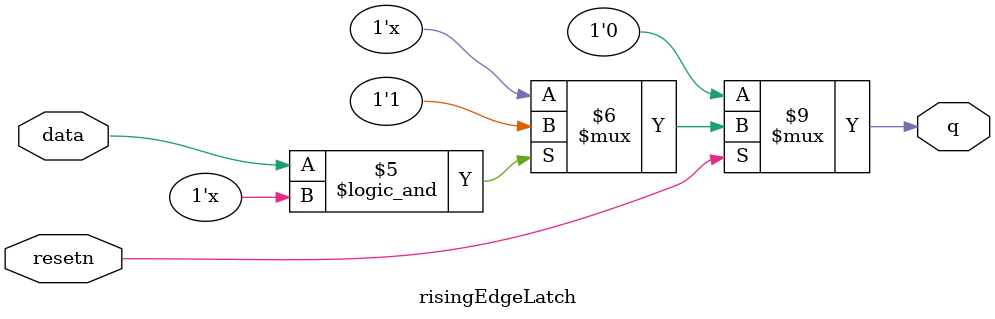
<source format=v>
`timescale 1ns/1ps




module rhs
    (
    input  wire                              clk,
    input  wire                              resetn,
    input  wire                              M_AXIS_ACLK,
    input  wire                              M_AXIS_ARESETN,

    // SPI
    output reg                               CS_b,
    output reg                               SCLK,


    output wire                              MOSI1,
    output wire                              MOSI2,
    output wire                              MOSI3,
    output wire                              MOSI4,
    output wire                              MOSI5,
    output wire                              MOSI6,
    output wire                              MOSI7,
    output wire                              MOSI8,
    output wire                              MOSI9,
    output wire                              MOSI10,
    output wire                              MOSI11,
    output wire                              MOSI12,
    output wire                              MOSI13,
    output wire                              MOSI14,
    output wire                              MOSI15,
    output wire                              MOSI16,

    input  wire                              MISO1,
    input  wire                              MISO2,
    input  wire                              MISO3,
    input  wire                              MISO4,
    input  wire                              MISO5,
    input  wire                              MISO6,
    input  wire                              MISO7,
    input  wire                              MISO8,
    input  wire                              MISO9,
    input  wire                              MISO10,
    input  wire                              MISO11,
    input  wire                              MISO12,
    input  wire                              MISO13,
    input  wire                              MISO14,
    input  wire                              MISO15,
    input  wire                              MISO16,

    output wire [15:0]                       rhs_status, //reg0
    output wire                              FIFO_rstn,
    // AXI-Stream
    output wire [63:0]                       M_AXIS_tdata,
    output wire		                         M_AXIS_tvalid,
    input  wire		                         M_AXIS_tready,
    output wire		                         M_AXIS_tlast,


    // each register has 32 bits

    // REG0: RHS_SETUP
    input wire                               SPI_ONOFF,               // AXI4-Lite
    input wire                               init_en,                 // AXI4-Lite
    input wire                               mag_set_en,              // AXI4-Lite
    input wire				                 stim_en,                 // AXI4-Lite
    input wire                               impedance_check,         // AXI4-Lite


    // REG1: STIM_MAG
    input wire [15:0]                        mag_pos,                 // AXI4-Lite , 31:24 pos trim (128 by default), 23:16 pos mag
    input wire [15:0]                        mag_neg,                 // AXI4-Lite , 15:8 neg trim (128 by default), 7:0 neg mag

    // REG2: BATCH_SIZE
    input wire [15:0]                        batch_size,

    // REG3: ZCHECK_SETUP
    input wire [7:0]                         impedance_check_cycle, 
    input wire [1:0]                         impedance_check_scale,

    // REG4: STIM_CH
    input wire [15:0]                        stim_mask, // enable probe corresponds to 1 in bit index A-P <-> bit 0 - bit 15
    input wire                               stim_mono_vs_bi, //0 is mono, 1 is bi
    input wire                               stim_biphasic_polarity,       // 1 corresponds to rising edge first, 0 is falling edge first
    input wire [3:0]                         stim_ch_p, //choose positive electrode from 0 to 15, this will also be the monopolar channel
    input wire [3:0]                         stim_ch_n, //choose negative electrode from 0 to 15, this will not matter if in monopolar mode

    // REG5: PULSE_WIDTH
    input wire [10:0]                        stim_pulse_width, // 0-2047 * 29.1648us

    // REG6: INTRAPULSE_DELAY
    input wire [10:0]                        stim_intrapulse_delay, // 0-2047 * 29.1648us

    // REG7: NUMBER OF PULSES
    input wire [9:0]                         stim_num_pulse, 
    input wire                               stim_inf_pulse_mode, //bit 10
    
    output wire [5:0]                        channel_out, //for fake data headstage slave to keep track

    output wire [2:0]                        state_cable_delay_finder_out, //for fake data headstage slave to keep track

    input wire                               rhs_record_trigger,

    output wire                              rhs_fifo_pass_out,

    input wire                               use_manual_cable_delay,

    input wire [3:0]                         differential_cable_delay,
    input wire [3:0]                         single_ended_cable_delay,

    output wire                              flag_channel16_stream_250M_out,

    output wire fifoDoneLatchOut_250M,
    input wire fifoDoneLatchResetnIn_250M

    );
    


    // [SPI I/O]
	wire        MISO_1, MISO_2, MISO_3, MISO_4, MISO_5, MISO_6, MISO_7, MISO_8, MISO_9, MISO_10, MISO_11, MISO_12, MISO_13, MISO_14, MISO_15, MISO_16;
    reg         MOSI_1, MOSI_2, MOSI_3, MOSI_4, MOSI_5, MOSI_6, MOSI_7, MOSI_8, MOSI_9, MOSI_10, MOSI_11, MOSI_12, MOSI_13, MOSI_14, MOSI_15, MOSI_16;

    assign MISO_1 = MISO1;
    assign MISO_2 = MISO2;
    assign MISO_3 = MISO3;
    assign MISO_4 = MISO4;
    assign MISO_5 = MISO5;
    assign MISO_6 = MISO6;
    assign MISO_7 = MISO7;
    assign MISO_8 = MISO8;
    assign MISO_9 = MISO9;
    assign MISO_10 = MISO10;
    assign MISO_11 = MISO11;
    assign MISO_12 = MISO12;
    assign MISO_13 = MISO13;
    assign MISO_14 = MISO14;
    assign MISO_15 = MISO15;
    assign MISO_16 = MISO16;
    
    assign MOSI1 = MOSI_1;
    assign MOSI2 = MOSI_2;
    assign MOSI3 = MOSI_3;
    assign MOSI4 = MOSI_4;
    assign MOSI5 = MOSI_5;
    assign MOSI6 = MOSI_6;
    assign MOSI7 = MOSI_7;
    assign MOSI8 = MOSI_8;
    assign MOSI9 = MOSI_9;
    assign MOSI10 = MOSI_10;
    assign MOSI11 = MOSI_11;
    assign MOSI12 = MOSI_12;
    assign MOSI13 = MOSI_13;
    assign MOSI14 = MOSI_14;
    assign MOSI15 = MOSI_15;
    assign MOSI16 = MOSI_16;



    // [Channel/Batch/Init]
    reg             SPI_running;
    reg [15:0] 		timestamp;			 
    reg [5:0] 		channel; 
    reg [6:0]       channel_config;  // varies from 0-19 (amplfier channels 0-15, plus 3 auxiliary commands)

    assign channel_out = channel;

    // [State machine for cable delay finder]
    localparam
        IN_LOAD = 0,
        IN_SEND_TA_LOAD = 1,
        TA_SEND_IN_LOAD = 2,
        IN_GET_N0_SEND = 3,
        TA_GET = 4,
        N0_GET = 5,
        DONE = 6;

    reg [2:0] state_cable_delay_finder = IN_LOAD;

    assign state_cable_delay_finder_out = state_cable_delay_finder;

    reg rhs_record_flag = 0;

    // [State machine for pulse generation]
    reg  [2:0]      state_pulse;
    localparam
        S_OFF         = 3'b000,
        S_PULSE_ON_N  = 3'b001,
        S_PULSE_ON_P  = 3'b010,
        S_INTRAPULSE  = 3'b011,
        S_Q_RECOVERY  = 3'b100;
    reg  [10:0]     stim_counter; // stim counter [1, 1024]
    reg  [10:0]     time_counter; // step size = 29.1 us, max time length = 29.1 * 2047 = 59.5ms
    wire [10:0]     charge_recov_on_time; // time after D2 for recovery to start
    wire [10:0]     charge_recov_off_time; // time after D2 for recovery to stop
    reg             charge_recov_mode;
    
    assign charge_recov_on_time = 4; //default 4 * 29.1 = 116.4us
    assign charge_recov_off_time = 18; //default 18 * 29.1 = 523.8us

    // [registers related to stim] RHS2116 registers are 16 bit 
    reg [15:0] stim_on; //indicates which out of 16 channels on an RHS chip is activated
    reg [15:0] stim_pol;
    reg [15:0] charge_recov;
    reg [15:0] channel_select_p, channel_select_n; 

    wire [15:0] stim_on_1, stim_on_2, stim_on_3, stim_on_4, stim_on_5, stim_on_6, stim_on_7, stim_on_8, stim_on_9, stim_on_10, stim_on_11, stim_on_12, stim_on_13, stim_on_14, stim_on_15, stim_on_16; 

    //currently, the same channel on/off pattern will be broadcasted to all activated probes
    //future to implement individual probe pattern customization
    assign stim_on_1 = (stim_mask[0]) ? stim_on     :   0; //mask decides which probes will be activated
    assign stim_on_2 = (stim_mask[1]) ? stim_on     :   0;
    assign stim_on_3 = (stim_mask[2]) ? stim_on     :   0;
    assign stim_on_4 = (stim_mask[3]) ? stim_on     :   0;
    assign stim_on_5 = (stim_mask[4]) ? stim_on     :   0;
    assign stim_on_6 = (stim_mask[5]) ? stim_on     :   0;
    assign stim_on_7 = (stim_mask[6]) ? stim_on     :   0;
    assign stim_on_8 = (stim_mask[7]) ? stim_on     :   0;
    assign stim_on_9 = (stim_mask[8]) ? stim_on     :   0;
    assign stim_on_10 = (stim_mask[9]) ? stim_on     :   0;
    assign stim_on_11 = (stim_mask[10]) ? stim_on     :   0;
    assign stim_on_12 = (stim_mask[11]) ? stim_on     :   0;
    assign stim_on_13 = (stim_mask[12]) ? stim_on     :   0;
    assign stim_on_14 = (stim_mask[13]) ? stim_on     :   0;
    assign stim_on_15 = (stim_mask[14]) ? stim_on     :   0;
    assign stim_on_16 = (stim_mask[15]) ? stim_on     :   0;


    always @(*) begin //* means to autogenerate sensitivity list
    
        case (stim_ch_p) //bit mask channel select to be written to stimulator on register 42 of RHS
            0:      channel_select_p <= 16'b0000000000000001;      
            1:      channel_select_p <= 16'b0000000000000010;
            2:      channel_select_p <= 16'b0000000000000100;
            3:      channel_select_p <= 16'b0000000000001000;
            4:      channel_select_p <= 16'b0000000000010000;
            5:      channel_select_p <= 16'b0000000000100000;  
            6:      channel_select_p <= 16'b0000000001000000;
            7:      channel_select_p <= 16'b0000000010000000;
            8:      channel_select_p <= 16'b0000000100000000;
            9:      channel_select_p <= 16'b0000001000000000;
            10:     channel_select_p <= 16'b0000010000000000;
            11:     channel_select_p <= 16'b0000100000000000;
            12:     channel_select_p <= 16'b0001000000000000;
            13:     channel_select_p <= 16'b0010000000000000;
            14:     channel_select_p <= 16'b0100000000000000;
            15:     channel_select_p <= 16'b1000000000000000;
        endcase

        case (stim_ch_n)
            0:      channel_select_n <= 16'b0000000000000001;      
            1:      channel_select_n <= 16'b0000000000000010;
            2:      channel_select_n <= 16'b0000000000000100;
            3:      channel_select_n <= 16'b0000000000001000;
            4:      channel_select_n <= 16'b0000000000010000;
            5:      channel_select_n <= 16'b0000000000100000;  
            6:      channel_select_n <= 16'b0000000001000000;
            7:      channel_select_n <= 16'b0000000010000000;
            8:      channel_select_n <= 16'b0000000100000000;
            9:      channel_select_n <= 16'b0000001000000000;
            10:     channel_select_n <= 16'b0000010000000000;
            11:     channel_select_n <= 16'b0000100000000000;
            12:     channel_select_n <= 16'b0001000000000000;
            13:     channel_select_n <= 16'b0010000000000000;
            14:     channel_select_n <= 16'b0100000000000000;
            15:     channel_select_n <= 16'b1000000000000000;
        endcase
    end


    // [ZCheck]
    reg  [31:0]     ZCheck_cmd_1, ZCheck_cmd_2;
    reg             ZCheck_run;
    reg  [4:0]      ZCheck_command_count;
    reg             ZCheck_loop;
    reg             ZCheck_off_flag;
    reg  [6:0]      ZCheck_sine_cycle; 
    reg  [5:0]      ZCheck_channel;
    reg             reg_risingEdge_impCheck;
    reg             stim_en_fallingEdge;

    // [Magic number]
    wire [63:0]		header_magic_number_normal;
    wire [63:0]		header_magic_number_impCheck;
    wire [63:0]     header_magic_number;

    //assign header_magic_number_normal   = 64'hAAAAAAAAAAAAAAAA;  // Fixed 64-bit "magic number" that begins each data frame
    assign header_magic_number_normal   = 64'hCCCCCCCCCCCCCCCC;  
    assign header_magic_number_impCheck = 64'hF00FF00FF00FF00F;  // Fixed 64-bit "magic number" that begins each data frame
    assign header_magic_number          = { ZCheck_loop == 0 }? header_magic_number_normal: header_magic_number_impCheck;


    reg             flag_cable_delay_found = 0;

    reg             flag_spi_stop;
    reg             flag_stim_done;
    wire            flag_lastBatch;
    wire            flag_lastchannel;
    wire            flag_channel16_stream;
    wire            flag_lastconfig;
    wire            flag_terminate_stim;
    wire            flag_terminate_ZCheck;
    wire            flag_terminate_config;

    reg             flag_cable_delay_found_rising_edge_previous = 0;
    reg             flag_cable_delay_low_found = 0;


    assign  flag_lastBatch        = (timestamp == batch_size);
    assign  flag_lastchannel      = (channel == 19);
    assign  flag_channel16_stream = (channel == 18);
    assign  flag_lastconfig       = (channel_config == 39);
    assign  flag_terminate_stim   = flag_lastchannel && flag_lastBatch && flag_stim_done;
    assign  flag_terminate_ZCheck = flag_lastchannel && flag_lastBatch && ZCheck_off_flag;
    assign  flag_terminate_config = flag_lastconfig;

    // Status register
    assign rhs_status   =  {15'b0, flag_stim_done};


    // [MISO]
    //  4 sEEG will uses 8 RHD chips. Each RHD chip uses two stream paths (32 channel per each stream path) 
    //  16 channels in total 
    // Stream data :   
        //          MISO  
        //      --> in4x_
        //      --> in_ 
        //      --> result_
        //      --> data_stream_
        //      --> rhs_data_out
    reg [15:0] 	    rhs_data_out;
    reg				rhd_valid_out;

    reg [133:0] 	in4x_1, in4x_2, in4x_3, in4x_4, in4x_5, in4x_6, in4x_7, in4x_8, in4x_9, in4x_10, in4x_11, in4x_12, in4x_13, in4x_14, in4x_15, in4x_16;
    wire [31:0] 	in_1, in_2, in_3, in_4, in_5, in_6, in_7, in_8, in_9, in_10, in_11, in_12, in_13, in_14, in_15, in_16;
    reg  [31:0] 	result_1, result_2, result_3, result_4, result_5, result_6, result_7, result_8, result_9, result_10, result_11, result_12, result_13, result_14, result_15, result_16;
    wire [31:0]		data_stream_1, data_stream_2, data_stream_3, data_stream_4, data_stream_5, data_stream_6, data_stream_7, data_stream_8, data_stream_9, data_stream_10, data_stream_11, data_stream_12, data_stream_13, data_stream_14, data_stream_15, data_stream_16;

    assign data_stream_1 = result_1;
    assign data_stream_2 = result_2;
    assign data_stream_3 = result_3;
    assign data_stream_4 = result_4;
    assign data_stream_5 = result_5;
    assign data_stream_6 = result_6;
    assign data_stream_7 = result_7;
    assign data_stream_8 = result_8;
    assign data_stream_9 = result_9;
    assign data_stream_10 = result_10;
    assign data_stream_11 = result_11;
    assign data_stream_12 = result_12;
    assign data_stream_13 = result_13;
    assign data_stream_14 = result_14;
    assign data_stream_15 = result_15;
    assign data_stream_16 = result_16;

    reg [3:0] phase_select = 0;

    reg [3:0] phase_select_low;

    wire [3:0] phase_select_out;

    
    assign phase_select_out = use_manual_cable_delay ? single_ended_cable_delay : phase_select;

    // MISO phase selectors (to compensate for headstage cable delays)

    MISO_phase_selector MISO_falling_edge_1 (
        .phase_select(phase_select_out), .MISO4x(in4x_1), .MISO(in_1));	

    MISO_phase_selector MISO_falling_edge_2 (
        .phase_select(phase_select_out), .MISO4x(in4x_2), .MISO(in_2));

    MISO_phase_selector MISO_falling_edge_3 (
        .phase_select(phase_select_out), .MISO4x(in4x_3), .MISO(in_3));	

    MISO_phase_selector MISO_falling_edge_4 (
        .phase_select(phase_select_out), .MISO4x(in4x_4), .MISO(in_4));

    MISO_phase_selector MISO_falling_edge_5 (
        .phase_select(phase_select_out), .MISO4x(in4x_5), .MISO(in_5));	

    MISO_phase_selector MISO_falling_edge_6 (
        .phase_select(phase_select_out), .MISO4x(in4x_6), .MISO(in_6));

    MISO_phase_selector MISO_falling_edge_7 (
        .phase_select(phase_select_out), .MISO4x(in4x_7), .MISO(in_7));	

    MISO_phase_selector MISO_falling_edge_8 (
        .phase_select(phase_select_out), .MISO4x(in4x_8), .MISO(in_8));

    MISO_phase_selector MISO_falling_edge_9 (
        .phase_select(phase_select_out), .MISO4x(in4x_9), .MISO(in_9));	

    MISO_phase_selector MISO_falling_edge_10 (
        .phase_select(phase_select_out), .MISO4x(in4x_10), .MISO(in_10));

    MISO_phase_selector MISO_falling_edge_11 (
        .phase_select(phase_select_out), .MISO4x(in4x_11), .MISO(in_11));	

    MISO_phase_selector MISO_falling_edge_12 (
        .phase_select(phase_select_out), .MISO4x(in4x_12), .MISO(in_12));

    MISO_phase_selector MISO_falling_edge_13 (
        .phase_select(phase_select_out), .MISO4x(in4x_13), .MISO(in_13));	

    MISO_phase_selector MISO_falling_edge_14 (
        .phase_select(phase_select_out), .MISO4x(in4x_14), .MISO(in_14));

    MISO_phase_selector MISO_falling_edge_15 (
        .phase_select(phase_select_out), .MISO4x(in4x_15), .MISO(in_15));	

    MISO_phase_selector MISO_falling_edge_16 (
        .phase_select(phase_select_out), .MISO4x(in4x_16), .MISO(in_16));



    // [INITIALIZATION]
    reg [31:0] 		MOSI_cmd_1, MOSI_cmd_2, MOSI_cmd_3, MOSI_cmd_4, MOSI_cmd_5, MOSI_cmd_6, MOSI_cmd_7, MOSI_cmd_8, MOSI_cmd_9, MOSI_cmd_10, MOSI_cmd_11, MOSI_cmd_12, MOSI_cmd_13, MOSI_cmd_14, MOSI_cmd_15, MOSI_cmd_16;


    /*
    wire [31:0] 	MOSI_cmd_selected_init_1, MOSI_cmd_selected_init_2, MOSI_cmd_selected_init_3, MOSI_cmd_selected_init_4, MOSI_cmd_selected_init_5, MOSI_cmd_selected_init_6, MOSI_cmd_selected_init_7, MOSI_cmd_selected_init_8, MOSI_cmd_selected_init_9, MOSI_cmd_selected_init_2, MOSI_cmd_selected_init_1, MOSI_cmd_selected_init_2, MOSI_cmd_selected_init_1, MOSI_cmd_selected_init_2, MOSI_cmd_selected_init_1, MOSI_cmd_selected_init_2;
    */

    wire [31:0] 	MOSI_cmd_selected_init;

    reg [31:0]     MOSI_cmd_selected_cable_delay_finder;

    wire [31:0]     MOSI_cmd_selected_amp;

    wire [31:0] 	MOSI_cmd_selected_norm_1, MOSI_cmd_selected_norm_2, MOSI_cmd_selected_norm_3, MOSI_cmd_selected_norm_4, MOSI_cmd_selected_norm_5, MOSI_cmd_selected_norm_6, MOSI_cmd_selected_norm_7, MOSI_cmd_selected_norm_8, MOSI_cmd_selected_norm_9, MOSI_cmd_selected_norm_10, MOSI_cmd_selected_norm_11, MOSI_cmd_selected_norm_12, MOSI_cmd_selected_norm_13, MOSI_cmd_selected_norm_14, MOSI_cmd_selected_norm_15, MOSI_cmd_selected_norm_16; 


    // `command selector` controls the MOSI commands.

    command_initialization command_selector_init_1 (
        .init_en(init_en),
        .channel_config(channel_config),
        .MOSI_cmd(MOSI_cmd_selected_init));


    /*
    command_initialization command_selector_init_2 (
        .init_en(init_en),
        .channel_config(channel_config),
        .MOSI_cmd(MOSI_cmd_selected_init_2));
    */


    command_amplitudeSetup command_selector_amp (
        .mag_set_en(mag_set_en),
        .channel_config(channel_config),
        .mag_pos(mag_pos),
        .mag_neg(mag_neg),
        .MOSI_cmd(MOSI_cmd_selected_amp));


    /*
    command_amplitudeSetup command_selector_amp_2 (
        .mag_set_en(mag_set_en),
        .channel_config(channel_config),
        .mag_pos(mag_pos),
        .mag_neg(mag_neg),
        .MOSI_cmd(MOSI_cmd_selected_amp_2));
    */

    command_selector_stim command_selector_stim_1 (
        .enable(!init_en && !mag_set_en),
        .channel(channel),
        .charge_recov_mode(charge_recov_mode),
        .ZCheck_cmd_1(ZCheck_cmd_1),
        .ZCheck_cmd_2(ZCheck_cmd_2),
        .stim_en(stim_en),
        .stim_on(stim_on_1),
        .stim_pol(stim_pol),
        .charge_recov(charge_recov),
        .MOSI_cmd(MOSI_cmd_selected_norm_1));

    command_selector_stim command_selector_stim_2 (
        .enable(!init_en && !mag_set_en),
        .channel(channel),
        .charge_recov_mode(charge_recov_mode),
        .ZCheck_cmd_1(ZCheck_cmd_1),
        .ZCheck_cmd_2(ZCheck_cmd_2),
        .stim_en(stim_en),
        .stim_on(stim_on_2),
        .stim_pol(stim_pol),
        .charge_recov(charge_recov),
        .MOSI_cmd(MOSI_cmd_selected_norm_2));

    command_selector_stim command_selector_stim_3 (
        .enable(!init_en && !mag_set_en),
        .channel(channel),
        .charge_recov_mode(charge_recov_mode),
        .ZCheck_cmd_1(ZCheck_cmd_1),
        .ZCheck_cmd_2(ZCheck_cmd_2),
        .stim_en(stim_en),
        .stim_on(stim_on_3),
        .stim_pol(stim_pol),
        .charge_recov(charge_recov),
        .MOSI_cmd(MOSI_cmd_selected_norm_3));

    command_selector_stim command_selector_stim_4 (
        .enable(!init_en && !mag_set_en),
        .channel(channel),
        .charge_recov_mode(charge_recov_mode),
        .ZCheck_cmd_1(ZCheck_cmd_1),
        .ZCheck_cmd_2(ZCheck_cmd_2),
        .stim_en(stim_en),
        .stim_on(stim_on_4),
        .stim_pol(stim_pol),
        .charge_recov(charge_recov),
        .MOSI_cmd(MOSI_cmd_selected_norm_4));

    command_selector_stim command_selector_stim_5 (
        .enable(!init_en && !mag_set_en),
        .channel(channel),
        .charge_recov_mode(charge_recov_mode),
        .ZCheck_cmd_1(ZCheck_cmd_1),
        .ZCheck_cmd_2(ZCheck_cmd_2),
        .stim_en(stim_en),
        .stim_on(stim_on_5),
        .stim_pol(stim_pol),
        .charge_recov(charge_recov),
        .MOSI_cmd(MOSI_cmd_selected_norm_5));

    command_selector_stim command_selector_stim_6 (
        .enable(!init_en && !mag_set_en),
        .channel(channel),
        .charge_recov_mode(charge_recov_mode),
        .ZCheck_cmd_1(ZCheck_cmd_1),
        .ZCheck_cmd_2(ZCheck_cmd_2),
        .stim_en(stim_en),
        .stim_on(stim_on_6),
        .stim_pol(stim_pol),
        .charge_recov(charge_recov),
        .MOSI_cmd(MOSI_cmd_selected_norm_6));

    command_selector_stim command_selector_stim_7 (
        .enable(!init_en && !mag_set_en),
        .channel(channel),
        .charge_recov_mode(charge_recov_mode),
        .ZCheck_cmd_1(ZCheck_cmd_1),
        .ZCheck_cmd_2(ZCheck_cmd_2),
        .stim_en(stim_en),
        .stim_on(stim_on_7),
        .stim_pol(stim_pol),
        .charge_recov(charge_recov),
        .MOSI_cmd(MOSI_cmd_selected_norm_7));

    command_selector_stim command_selector_stim_8 (
        .enable(!init_en && !mag_set_en),
        .channel(channel),
        .charge_recov_mode(charge_recov_mode),
        .ZCheck_cmd_1(ZCheck_cmd_1),
        .ZCheck_cmd_2(ZCheck_cmd_2),
        .stim_en(stim_en),
        .stim_on(stim_on_8),
        .stim_pol(stim_pol),
        .charge_recov(charge_recov),
        .MOSI_cmd(MOSI_cmd_selected_norm_8));

    command_selector_stim command_selector_stim_9 (
        .enable(!init_en && !mag_set_en),
        .channel(channel),
        .charge_recov_mode(charge_recov_mode),
        .ZCheck_cmd_1(ZCheck_cmd_1),
        .ZCheck_cmd_2(ZCheck_cmd_2),
        .stim_en(stim_en),
        .stim_on(stim_on_9),
        .stim_pol(stim_pol),
        .charge_recov(charge_recov),
        .MOSI_cmd(MOSI_cmd_selected_norm_9));

    command_selector_stim command_selector_stim_10 (
        .enable(!init_en && !mag_set_en),
        .channel(channel),
        .charge_recov_mode(charge_recov_mode),
        .ZCheck_cmd_1(ZCheck_cmd_1),
        .ZCheck_cmd_2(ZCheck_cmd_2),
        .stim_en(stim_en),
        .stim_on(stim_on_10),
        .stim_pol(stim_pol),
        .charge_recov(charge_recov),
        .MOSI_cmd(MOSI_cmd_selected_norm_10));

    command_selector_stim command_selector_stim_11 (
        .enable(!init_en && !mag_set_en),
        .channel(channel),
        .charge_recov_mode(charge_recov_mode),
        .ZCheck_cmd_1(ZCheck_cmd_1),
        .ZCheck_cmd_2(ZCheck_cmd_2),
        .stim_en(stim_en),
        .stim_on(stim_on_11),
        .stim_pol(stim_pol),
        .charge_recov(charge_recov),
        .MOSI_cmd(MOSI_cmd_selected_norm_11));

    command_selector_stim command_selector_stim_12 (
        .enable(!init_en && !mag_set_en),
        .channel(channel),
        .charge_recov_mode(charge_recov_mode),
        .ZCheck_cmd_1(ZCheck_cmd_1),
        .ZCheck_cmd_2(ZCheck_cmd_2),
        .stim_en(stim_en),
        .stim_on(stim_on_12),
        .stim_pol(stim_pol),
        .charge_recov(charge_recov),
        .MOSI_cmd(MOSI_cmd_selected_norm_12));

    command_selector_stim command_selector_stim_13 (
        .enable(!init_en && !mag_set_en),
        .channel(channel),
        .charge_recov_mode(charge_recov_mode),
        .ZCheck_cmd_1(ZCheck_cmd_1),
        .ZCheck_cmd_2(ZCheck_cmd_2),
        .stim_en(stim_en),
        .stim_on(stim_on_13),
        .stim_pol(stim_pol),
        .charge_recov(charge_recov),
        .MOSI_cmd(MOSI_cmd_selected_norm_13));

    command_selector_stim command_selector_stim_14 (
        .enable(!init_en && !mag_set_en),
        .channel(channel),
        .charge_recov_mode(charge_recov_mode),
        .ZCheck_cmd_1(ZCheck_cmd_1),
        .ZCheck_cmd_2(ZCheck_cmd_2),
        .stim_en(stim_en),
        .stim_on(stim_on_14),
        .stim_pol(stim_pol),
        .charge_recov(charge_recov),
        .MOSI_cmd(MOSI_cmd_selected_norm_14));

    command_selector_stim command_selector_stim_15 (
        .enable(!init_en && !mag_set_en),
        .channel(channel),
        .charge_recov_mode(charge_recov_mode),
        .ZCheck_cmd_1(ZCheck_cmd_1),
        .ZCheck_cmd_2(ZCheck_cmd_2),
        .stim_en(stim_en),
        .stim_on(stim_on_15),
        .stim_pol(stim_pol),
        .charge_recov(charge_recov),
        .MOSI_cmd(MOSI_cmd_selected_norm_15));

    command_selector_stim command_selector_stim_16 (
        .enable(!init_en && !mag_set_en),
        .channel(channel),
        .charge_recov_mode(charge_recov_mode),
        .ZCheck_cmd_1(ZCheck_cmd_1),
        .ZCheck_cmd_2(ZCheck_cmd_2),
        .stim_en(stim_en),
        .stim_on(stim_on_16),
        .stim_pol(stim_pol),
        .charge_recov(charge_recov),
        .MOSI_cmd(MOSI_cmd_selected_norm_16));



    // AXI-Stream interface
    wire empty;
    wire valid_fifo_out;
    wire [63:0] data_fifo_out;

    reg rhs_fifo_pass = 0;

    wire rhs_fifo_pass_out_internal;

    assign rhs_fifo_pass_out_internal = rhs_fifo_pass || rhs_record_flag;

    wire SPI_running_250M;


    xpm_cdc_1bit xpm_cdc_1bit_inst_rhs_fifo_pass_out(
        .dest_clk(M_AXIS_ACLK),
        .dest_out(rhs_fifo_pass_out),
        .src_clk(clk),
        .src_in(rhs_fifo_pass_out_internal));    
    
    xpm_cdc_1bit xpm_cdc_1bit_inst_1(
        .dest_clk(M_AXIS_ACLK),
        .dest_out(SPI_running_250M),
        .src_clk(clk),
        .src_in(SPI_running));    


    fifo_generator_0 fifo_inst (
        .srst(!resetn || !SPI_running),
        .wr_clk(clk),
        .rd_clk(M_AXIS_ACLK),
        .din(rhs_data_out),
        .wr_en(rhd_valid_out && (channel >= 3) && (channel <= 18) && flag_cable_delay_found), // overwrite if FIFO is full, there are 2-channel delay in the SPI interface
        .rd_en(M_AXIS_tready && SPI_running_250M && !empty), // read when SPI is running + FIFO is not empty
        .dout(data_fifo_out),
        .full(),
        .empty(empty),
        .valid(valid_fifo_out),
        .wr_rst_busy(),
        .rd_rst_busy()
        );




    wire fifoDoneLatchResetn;

    xpm_cdc_1bit fifoDoneLatchBuffer(
        .dest_clk(M_AXIS_ACLK),
        .dest_out(fifoDoneLatchOut_250M),
        .src_clk(clk),
        .src_in(fifoDoneLatch)); 

    xpm_cdc_1bit fifoDoneLatchResetnBuffer(
        .dest_clk(clk),
        .dest_out(fifoDoneLatchResetn),
        .src_clk(M_AXIS_ACLK),
        .src_in(fifoDoneLatchResetnIn_250M)); 


    wire fifoDoneLatch;
    assign fifoDoneLatch = (flag_lastchannel) && (!init_en) && (!mag_set_en);
    //risingEdgeLatch fifoDoneLatchModule (resetn, (flag_lastchannel) && (!init_en) && (!mag_set_en), fifoDoneLatch);


    assign FIFO_rstn        = SPI_running_250M;

    // TLAST Generator

    wire         flag_lastBatch_250M;
    wire         flag_channel16_stream_250M;
    wire         rhs_record_trigger_internal;


    xpm_cdc_1bit xpm_cdc_1bit_inst_2(
        .dest_clk(M_AXIS_ACLK),
        .dest_out(flag_lastBatch_250M),
        .src_clk(clk),
        .src_in(flag_lastBatch));    

    xpm_cdc_1bit xpm_cdc_5bit_inst_3(
        .dest_clk(M_AXIS_ACLK),
        .dest_out(flag_channel16_stream_250M),
        .src_clk(clk),
        .src_in(flag_channel16_stream));    

    xpm_cdc_1bit xpm_cdc_5bit_inst_rhs_record_trigger(
        .dest_clk(clk),
        .dest_out(rhs_record_trigger_internal),
        .src_clk(M_AXIS_ACLK),
        .src_in(rhs_record_trigger));    

    wire        tlast_flag_bit;
    assign      tlast_flag_bit = flag_channel16_stream_250M && valid_fifo_out;
    assign      flag_channel16_stream_250M_out = flag_channel16_stream_250M;

    //reg [3:0]   tlast_cnt; 
    //assign      tlast_flag_bit = tlast_cnt[3];

    //always @(posedge M_AXIS_ACLK) begin
    //    if (!M_AXIS_ARESETN) begin
    //        tlast_cnt <= 0;
    //    end 
    //    else begin
    //        if (flag_channel16_stream_250M && valid_fifo_out) begin
    //            tlast_cnt <= tlast_cnt + 1;
    //        end
    //        if (tlast_flag_bit == 1) begin
    //            tlast_cnt <= 0;
    //        end
    //    end
    //end


    reg [63:0] maxis_data_reg;
    reg        maxis_valid_reg;




    always @(posedge M_AXIS_ACLK) begin


        if (!M_AXIS_ARESETN) begin
            maxis_data_reg  <= 0;
            maxis_valid_reg <= 0;
        end 
        else begin
            maxis_data_reg  <= data_fifo_out;
            maxis_valid_reg <= valid_fifo_out;
        end
    end

    assign M_AXIS_tvalid = maxis_valid_reg;
    assign M_AXIS_tlast  = flag_lastBatch_250M && tlast_flag_bit;
    assign M_AXIS_tdata  = maxis_data_reg;






    reg rhs_record_trigger_rising_edge_previous;
    reg flag_lastchannel_rising_edge_previous;



    // Main state machine for generating SPI signals
    reg [7:0] main_state;
    localparam
        ms_wait    = 00,
        ms_cs_j    = 01,
        ms_clk1_a  = 02,
        ms_clk1_b  = 03,
        ms_clk1_c  = 04,
        ms_clk1_d  = 05,
        ms_clk2_a  = 06,
        ms_clk2_b  = 07,
        ms_clk2_c  = 08,
        ms_clk2_d  = 09,
        ms_clk3_a  = 10,
        ms_clk3_b  = 11,
        ms_clk3_c  = 12,
        ms_clk3_d  = 13,
        ms_clk4_a  = 14,
        ms_clk4_b  = 15,
        ms_clk4_c  = 16,
        ms_clk4_d  = 17,
        ms_clk5_a  = 18,
        ms_clk5_b  = 19,
        ms_clk5_c  = 20,
        ms_clk5_d  = 21,
        ms_clk6_a  = 22,
        ms_clk6_b  = 23,
        ms_clk6_c  = 24,
        ms_clk6_d  = 25,
        ms_clk7_a  = 26,
        ms_clk7_b  = 27,
        ms_clk7_c  = 28,
        ms_clk7_d  = 29,
        ms_clk8_a  = 30,
        ms_clk8_b  = 31,
        ms_clk8_c  = 32,
        ms_clk8_d  = 33,
        ms_clk9_a  = 34,
        ms_clk9_b  = 35,
        ms_clk9_c  = 36,
        ms_clk9_d  = 37,
        ms_clk10_a = 38,
        ms_clk10_b = 39,
        ms_clk10_c = 40,
        ms_clk10_d = 41,
        ms_clk11_a = 42,
        ms_clk11_b = 43,
        ms_clk11_c = 44,
        ms_clk11_d = 45,
        ms_clk12_a = 46,
        ms_clk12_b = 47,
        ms_clk12_c = 48,
        ms_clk12_d = 49,
        ms_clk13_a = 50,
        ms_clk13_b = 51,
        ms_clk13_c = 52,
        ms_clk13_d = 53,
        ms_clk14_a = 54,
        ms_clk14_b = 55,
        ms_clk14_c = 56,
        ms_clk14_d = 57,
        ms_clk15_a = 58,
        ms_clk15_b = 59,
        ms_clk15_c = 60,
        ms_clk15_d = 61,
        ms_clk16_a = 62,
        ms_clk16_b = 63,
        ms_clk16_c = 64,
        ms_clk16_d = 65,
        ms_clk17_a = 66,
        ms_clk17_b = 67,
        ms_clk17_c = 68,
        ms_clk17_d = 69,

        ms_clk18_a = 70,
        ms_clk18_b = 71,
        ms_clk18_c = 72,
        ms_clk18_d = 73,

        ms_clk19_a = 74,
        ms_clk19_b = 75,
        ms_clk19_c = 76,
        ms_clk19_d = 77,

        ms_clk20_a = 78,
        ms_clk20_b = 79,
        ms_clk20_c = 80,
        ms_clk20_d = 81,

        ms_clk21_a = 82,
        ms_clk21_b = 83,
        ms_clk21_c = 84,
        ms_clk21_d = 85,

        ms_clk22_a = 86,
        ms_clk22_b = 87,
        ms_clk22_c = 88,
        ms_clk22_d = 89,

        ms_clk23_a = 90,
        ms_clk23_b = 91,
        ms_clk23_c = 92,
        ms_clk23_d = 93,

        ms_clk24_a = 94,
        ms_clk24_b = 95,
        ms_clk24_c = 96,
        ms_clk24_d = 97,

        ms_clk25_a = 98,
        ms_clk25_b = 99,
        ms_clk25_c = 100,
        ms_clk25_d = 101,

        ms_clk26_a = 102,
        ms_clk26_b = 103,
        ms_clk26_c = 104,
        ms_clk26_d = 105,

        ms_clk27_a = 106,
        ms_clk27_b = 107,
        ms_clk27_c = 108,
        ms_clk27_d = 109,

        ms_clk28_a = 110,
        ms_clk28_b = 111,
        ms_clk28_c = 112,
        ms_clk28_d = 113,

        ms_clk29_a = 114,
        ms_clk29_b = 115,
        ms_clk29_c = 116,
        ms_clk29_d = 117,

        ms_clk30_a = 118,
        ms_clk30_b = 119,
        ms_clk30_c = 120,
        ms_clk30_d = 121,

        ms_clk31_a = 122,
        ms_clk31_b = 123,
        ms_clk31_c = 124,
        ms_clk31_d = 125,

        ms_clk32_a = 126,
        ms_clk32_b = 127,
        ms_clk32_c = 128,
        ms_clk32_d = 129,
            
        ms_clk33_a = 130,
        ms_clk33_b = 131,
        ms_cs_a    = 132,
        ms_cs_b    = 133,
        ms_cs_c    = 134,
        ms_cs_d    = 135,
        ms_cs_e    = 136,
        ms_cs_f    = 137,
        ms_cs_g    = 138,
        ms_cs_h    = 139,
        ms_cs_i    = 140,
        ms_cs_k    = 141,
        ms_cs_l    = 142;
  
    /* SPI main state */
    always @(posedge clk) begin


        if (rhs_record_trigger_internal == 1 && rhs_record_trigger_rising_edge_previous == 0) begin
            rhs_record_flag = 1;
        end


        if (flag_lastchannel == 1 && flag_lastchannel_rising_edge_previous == 0) begin
            if (rhs_record_flag) begin
                rhs_fifo_pass = 1;
                rhs_record_flag = 0;
            end
            else
                rhs_fifo_pass = 0;
        end

        rhs_record_trigger_rising_edge_previous = rhs_record_trigger_internal;
        flag_lastchannel_rising_edge_previous = flag_lastchannel;

        if (!resetn) begin
            main_state <= ms_wait;
        end
        else begin
            case (main_state)
            ms_wait: begin 
                if (SPI_ONOFF && !flag_spi_stop) begin
                    main_state <= ms_cs_j;
                end
            end
            ms_cs_i: begin
                /*
                if (flag_terminate_stim || flag_terminate_config || flag_terminate_ZCheck) begin
                    main_state <= ms_cs_k;
                end else begin
                    main_state <= ms_cs_j;
                end
                */
                //if (flag_terminate_config || flag_terminate_ZCheck) begin
                if (flag_terminate_config) begin
                    main_state <= ms_cs_k; //exit spi
                end else begin
                    main_state <= ms_cs_j; //loop spi
                end
            end
            ms_cs_l: begin
                main_state <= ms_wait;
            end
            default: begin
                main_state <= main_state + 1;
            end
            endcase
        end
    end    
    
    /* timestamp, channel count, flag, status */
    always @(posedge clk) begin
        if (!resetn) begin
            timestamp <= 0;
            channel <= 0;
            channel_config <= 0;    
            SPI_running <= 1'b0;  
            flag_spi_stop <= 1'b0;   
        end 
        else begin
            case (main_state)
                ms_wait: begin
                    timestamp <= 0;
                    channel <= 0;
                    channel_config <= 0;
                    SPI_running <= 1'b0;
                    if (!SPI_ONOFF) begin
                        flag_spi_stop <= 1'b0;
                    end
                end
                ms_cs_j: begin
                    SPI_running <= 1'b1;
                    // Timestamp is used to define the "batch size"
                    // Timestamp starts with 1 .... ends with BATCH_SIZE. 
                    if (channel == 0) begin
                        if (flag_lastBatch) begin
                            timestamp <= 1;
                        end
                        else begin 
                            timestamp <= timestamp + 1;
                        end
                    end
                end	
				ms_cs_i: begin

                    if (!fifoDoneLatch || !fifoDoneLatchResetn) begin
                        if (flag_lastchannel) begin
                            channel <= 0;
                        end else begin
                            channel <= channel + 1;
                        end
                    end

                    if (init_en || mag_set_en) begin
                        
                        if (flag_lastconfig) begin
                            channel_config <= 0;
                        end else begin
                            if (flag_cable_delay_found == 1 && flag_cable_delay_found_rising_edge_previous == 0) begin
                                channel_config = 0;
                            end
                            else if (flag_cable_delay_found)
                                channel_config = channel_config + 1;
                        end

                        flag_cable_delay_found_rising_edge_previous = flag_cable_delay_found;
                    end
				end
                ms_cs_l: begin
                    flag_spi_stop <= 1'b1;
                end
			endcase
		end
	end

    /* CS_b */
    always @(posedge clk) begin
        if (!resetn) begin
            CS_b <= 1'b1;
        end
        else begin
            CS_b <= 1'b0;
            case (main_state)
                ms_wait: begin
                    CS_b <= 1;
                end
                ms_cs_j: begin
                    CS_b <= 1;
                end
                ms_cs_a: begin
                    CS_b <= 1;
                end
                ms_cs_b: begin
                    CS_b <= 1;
                end
                ms_cs_c: begin
                    CS_b <= 1;
                end
                ms_cs_d: begin
                    CS_b <= 1;
                end
                ms_cs_e: begin
                    CS_b <= 1;
                end
                ms_cs_f: begin
                    CS_b <= 1;
                end
                ms_cs_g: begin
                    CS_b <= 1;
                end
                ms_cs_h: begin
                    CS_b <= 1;
                end
                ms_cs_i: begin
                    CS_b <= 1;
                end
                default: begin
                    CS_b <= 0;
                end
            endcase
        end
    end

    /* SCLK */
    always @(posedge clk) begin
        if (!resetn) begin
            SCLK <= 1'b0;
        end
        else begin
            SCLK <= 1'b0;
            if (main_state >= 4 && main_state < 130 && (main_state % 4) < 2) begin 
                SCLK <= 1;
            end else begin
                SCLK <= 0;
            end
        end
    end

    /* MOSI */
    always @(posedge clk) begin
        if (!resetn) begin
            MOSI_1 <= 1'b0;
            MOSI_2 <= 1'b0;
            MOSI_3 <= 1'b0;
            MOSI_4 <= 1'b0;
            MOSI_5 <= 1'b0;
            MOSI_6 <= 1'b0;
            MOSI_7 <= 1'b0;
            MOSI_8 <= 1'b0;
            MOSI_9 <= 1'b0;
            MOSI_10 <= 1'b0;
            MOSI_11 <= 1'b0;
            MOSI_12 <= 1'b0;
            MOSI_13 <= 1'b0;
            MOSI_14 <= 1'b0;
            MOSI_15 <= 1'b0;
            MOSI_16 <= 1'b0;
            
            MOSI_cmd_1 <= 32'b0;
            MOSI_cmd_2 <= 32'b0;
            MOSI_cmd_3 <= 32'b0;
            MOSI_cmd_4 <= 32'b0;
            MOSI_cmd_5 <= 32'b0;
            MOSI_cmd_6 <= 32'b0;
            MOSI_cmd_7 <= 32'b0;
            MOSI_cmd_8 <= 32'b0;
            MOSI_cmd_9 <= 32'b0;
            MOSI_cmd_10 <= 32'b0;
            MOSI_cmd_11 <= 32'b0;
            MOSI_cmd_12 <= 32'b0;
            MOSI_cmd_13 <= 32'b0;
            MOSI_cmd_14 <= 32'b0;
            MOSI_cmd_15 <= 32'b0;
            MOSI_cmd_16 <= 32'b0;
        end
        else begin
            case (main_state) 
                ms_wait: begin
                    MOSI_1 <= 1'b0;
                    MOSI_2 <= 1'b0;
                    MOSI_3 <= 1'b0;
                    MOSI_4 <= 1'b0;
                    MOSI_5 <= 1'b0;
                    MOSI_6 <= 1'b0;
                    MOSI_7 <= 1'b0;
                    MOSI_8 <= 1'b0;
                    MOSI_9 <= 1'b0;
                    MOSI_10 <= 1'b0;
                    MOSI_11 <= 1'b0;
                    MOSI_12 <= 1'b0;
                    MOSI_13 <= 1'b0;
                    MOSI_14 <= 1'b0;
                    MOSI_15 <= 1'b0;
                    MOSI_16 <= 1'b0;
                    
                    MOSI_cmd_1 <= 32'b0;
                    MOSI_cmd_2 <= 32'b0;
                    MOSI_cmd_3 <= 32'b0;
                    MOSI_cmd_4 <= 32'b0;
                    MOSI_cmd_5 <= 32'b0;
                    MOSI_cmd_6 <= 32'b0;
                    MOSI_cmd_7 <= 32'b0;
                    MOSI_cmd_8 <= 32'b0;
                    MOSI_cmd_9 <= 32'b0;
                    MOSI_cmd_10 <= 32'b0;
                    MOSI_cmd_11 <= 32'b0;
                    MOSI_cmd_12 <= 32'b0;
                    MOSI_cmd_13 <= 32'b0;
                    MOSI_cmd_14 <= 32'b0;
                    MOSI_cmd_15 <= 32'b0;
                    MOSI_cmd_16 <= 32'b0;
                end
                ms_cs_j: begin
                    if (!flag_cable_delay_found && init_en) begin
                        MOSI_cmd_1 <= MOSI_cmd_selected_cable_delay_finder;
                        MOSI_cmd_2 <= MOSI_cmd_selected_cable_delay_finder;
                        MOSI_cmd_3 <= MOSI_cmd_selected_cable_delay_finder;
                        MOSI_cmd_4 <= MOSI_cmd_selected_cable_delay_finder;
                        MOSI_cmd_5 <= MOSI_cmd_selected_cable_delay_finder;
                        MOSI_cmd_6 <= MOSI_cmd_selected_cable_delay_finder;
                        MOSI_cmd_7 <= MOSI_cmd_selected_cable_delay_finder;
                        MOSI_cmd_8 <= MOSI_cmd_selected_cable_delay_finder;
                        MOSI_cmd_9 <= MOSI_cmd_selected_cable_delay_finder;
                        MOSI_cmd_10 <= MOSI_cmd_selected_cable_delay_finder;
                        MOSI_cmd_11 <= MOSI_cmd_selected_cable_delay_finder;
                        MOSI_cmd_12 <= MOSI_cmd_selected_cable_delay_finder;
                        MOSI_cmd_13 <= MOSI_cmd_selected_cable_delay_finder;
                        MOSI_cmd_14 <= MOSI_cmd_selected_cable_delay_finder;
                        MOSI_cmd_15 <= MOSI_cmd_selected_cable_delay_finder;
                        MOSI_cmd_16 <= MOSI_cmd_selected_cable_delay_finder;
                    end
                    else if (flag_cable_delay_found && init_en) begin
                        MOSI_cmd_1 <= MOSI_cmd_selected_init;
                        MOSI_cmd_2 <= MOSI_cmd_selected_init;
                        MOSI_cmd_3 <= MOSI_cmd_selected_init;
                        MOSI_cmd_4 <= MOSI_cmd_selected_init;
                        MOSI_cmd_5 <= MOSI_cmd_selected_init;
                        MOSI_cmd_6 <= MOSI_cmd_selected_init;
                        MOSI_cmd_7 <= MOSI_cmd_selected_init;
                        MOSI_cmd_8 <= MOSI_cmd_selected_init;
                        MOSI_cmd_9 <= MOSI_cmd_selected_init;
                        MOSI_cmd_10 <= MOSI_cmd_selected_init;
                        MOSI_cmd_11 <= MOSI_cmd_selected_init;
                        MOSI_cmd_12 <= MOSI_cmd_selected_init;
                        MOSI_cmd_13 <= MOSI_cmd_selected_init;
                        MOSI_cmd_14 <= MOSI_cmd_selected_init;
                        MOSI_cmd_15 <= MOSI_cmd_selected_init;
                        MOSI_cmd_16 <= MOSI_cmd_selected_init;
                    end 
                    else if (mag_set_en) begin
                        MOSI_cmd_1 <= MOSI_cmd_selected_amp;
                        MOSI_cmd_2 <= MOSI_cmd_selected_amp;
                        MOSI_cmd_3 <= MOSI_cmd_selected_amp;
                        MOSI_cmd_4 <= MOSI_cmd_selected_amp;
                        MOSI_cmd_5 <= MOSI_cmd_selected_amp;
                        MOSI_cmd_6 <= MOSI_cmd_selected_amp;
                        MOSI_cmd_7 <= MOSI_cmd_selected_amp;
                        MOSI_cmd_8 <= MOSI_cmd_selected_amp;
                        MOSI_cmd_9 <= MOSI_cmd_selected_amp;
                        MOSI_cmd_10 <= MOSI_cmd_selected_amp;
                        MOSI_cmd_11 <= MOSI_cmd_selected_amp;
                        MOSI_cmd_12 <= MOSI_cmd_selected_amp;
                        MOSI_cmd_13 <= MOSI_cmd_selected_amp;
                        MOSI_cmd_14 <= MOSI_cmd_selected_amp;
                        MOSI_cmd_15 <= MOSI_cmd_selected_amp;
                        MOSI_cmd_16 <= MOSI_cmd_selected_amp;
                    end 
                    else begin
                        MOSI_cmd_1 <= MOSI_cmd_selected_norm_1;
                        MOSI_cmd_2 <= MOSI_cmd_selected_norm_2;
                        MOSI_cmd_3 <= MOSI_cmd_selected_norm_3;
                        MOSI_cmd_4 <= MOSI_cmd_selected_norm_4;
                        MOSI_cmd_5 <= MOSI_cmd_selected_norm_5;
                        MOSI_cmd_6 <= MOSI_cmd_selected_norm_6;
                        MOSI_cmd_7 <= MOSI_cmd_selected_norm_7;
                        MOSI_cmd_8 <= MOSI_cmd_selected_norm_8;
                        MOSI_cmd_9 <= MOSI_cmd_selected_norm_9;
                        MOSI_cmd_10 <= MOSI_cmd_selected_norm_10;
                        MOSI_cmd_11 <= MOSI_cmd_selected_norm_11;
                        MOSI_cmd_12 <= MOSI_cmd_selected_norm_12;
                        MOSI_cmd_13 <= MOSI_cmd_selected_norm_13;
                        MOSI_cmd_14 <= MOSI_cmd_selected_norm_14;
                        MOSI_cmd_15 <= MOSI_cmd_selected_norm_15;
                        MOSI_cmd_16 <= MOSI_cmd_selected_norm_16;
                    end
                end
                ms_clk1_a: begin
                    MOSI_1 <= MOSI_cmd_1[31];
                    MOSI_2 <= MOSI_cmd_2[31];
                    MOSI_3 <= MOSI_cmd_3[31];
                    MOSI_4 <= MOSI_cmd_4[31];
                    MOSI_5 <= MOSI_cmd_5[31];
                    MOSI_6 <= MOSI_cmd_6[31];
                    MOSI_7 <= MOSI_cmd_7[31];
                    MOSI_8 <= MOSI_cmd_8[31];
                    MOSI_9 <= MOSI_cmd_9[31];
                    MOSI_10 <= MOSI_cmd_10[31];
                    MOSI_11 <= MOSI_cmd_11[31];
                    MOSI_12 <= MOSI_cmd_12[31];
                    MOSI_13 <= MOSI_cmd_13[31];
                    MOSI_14 <= MOSI_cmd_14[31];
                    MOSI_15 <= MOSI_cmd_15[31];
                    MOSI_16 <= MOSI_cmd_16[31];
                end
                ms_clk2_a: begin
                    MOSI_1 <= MOSI_cmd_1[30];
                    MOSI_2 <= MOSI_cmd_2[30];
                    MOSI_3 <= MOSI_cmd_3[30];
                    MOSI_4 <= MOSI_cmd_4[30];
                    MOSI_5 <= MOSI_cmd_5[30];
                    MOSI_6 <= MOSI_cmd_6[30];
                    MOSI_7 <= MOSI_cmd_7[30];
                    MOSI_8 <= MOSI_cmd_8[30];
                    MOSI_9 <= MOSI_cmd_9[30];
                    MOSI_10 <= MOSI_cmd_10[30];
                    MOSI_11 <= MOSI_cmd_11[30];
                    MOSI_12 <= MOSI_cmd_12[30];
                    MOSI_13 <= MOSI_cmd_13[30];
                    MOSI_14 <= MOSI_cmd_14[30];
                    MOSI_15 <= MOSI_cmd_15[30];
                    MOSI_16 <= MOSI_cmd_16[30];
                end
                ms_clk3_a: begin
                    MOSI_1 <= MOSI_cmd_1[29];
                    MOSI_2 <= MOSI_cmd_2[29];
                    MOSI_3 <= MOSI_cmd_3[29];
                    MOSI_4 <= MOSI_cmd_4[29];
                    MOSI_5 <= MOSI_cmd_5[29];
                    MOSI_6 <= MOSI_cmd_6[29];
                    MOSI_7 <= MOSI_cmd_7[29];
                    MOSI_8 <= MOSI_cmd_8[29];
                    MOSI_9 <= MOSI_cmd_9[29];
                    MOSI_10 <= MOSI_cmd_10[29];
                    MOSI_11 <= MOSI_cmd_11[29];
                    MOSI_12 <= MOSI_cmd_12[29];
                    MOSI_13 <= MOSI_cmd_13[29];
                    MOSI_14 <= MOSI_cmd_14[29];
                    MOSI_15 <= MOSI_cmd_15[29];
                    MOSI_16 <= MOSI_cmd_16[29];
                end
                ms_clk4_a: begin
                    MOSI_1 <= MOSI_cmd_1[28];
                    MOSI_2 <= MOSI_cmd_2[28];
                    MOSI_3 <= MOSI_cmd_3[28];
                    MOSI_4 <= MOSI_cmd_4[28];
                    MOSI_5 <= MOSI_cmd_5[28];
                    MOSI_6 <= MOSI_cmd_6[28];
                    MOSI_7 <= MOSI_cmd_7[28];
                    MOSI_8 <= MOSI_cmd_8[28];
                    MOSI_9 <= MOSI_cmd_9[28];
                    MOSI_10 <= MOSI_cmd_10[28];
                    MOSI_11 <= MOSI_cmd_11[28];
                    MOSI_12 <= MOSI_cmd_12[28];
                    MOSI_13 <= MOSI_cmd_13[28];
                    MOSI_14 <= MOSI_cmd_14[28];
                    MOSI_15 <= MOSI_cmd_15[28];
                    MOSI_16 <= MOSI_cmd_16[28];
                end
                ms_clk5_a: begin
                    MOSI_1 <= MOSI_cmd_1[27];
                    MOSI_2 <= MOSI_cmd_2[27];
                    MOSI_3 <= MOSI_cmd_3[27];
                    MOSI_4 <= MOSI_cmd_4[27];
                    MOSI_5 <= MOSI_cmd_5[27];
                    MOSI_6 <= MOSI_cmd_6[27];
                    MOSI_7 <= MOSI_cmd_7[27];
                    MOSI_8 <= MOSI_cmd_8[27];
                    MOSI_9 <= MOSI_cmd_9[27];
                    MOSI_10 <= MOSI_cmd_10[27];
                    MOSI_11 <= MOSI_cmd_11[27];
                    MOSI_12 <= MOSI_cmd_12[27];
                    MOSI_13 <= MOSI_cmd_13[27];
                    MOSI_14 <= MOSI_cmd_14[27];
                    MOSI_15 <= MOSI_cmd_15[27];
                    MOSI_16 <= MOSI_cmd_16[27];
                end
                ms_clk6_a: begin
                    MOSI_1 <= MOSI_cmd_1[26];
                    MOSI_2 <= MOSI_cmd_2[26];
                    MOSI_3 <= MOSI_cmd_3[26];
                    MOSI_4 <= MOSI_cmd_4[26];
                    MOSI_5 <= MOSI_cmd_5[26];
                    MOSI_6 <= MOSI_cmd_6[26];
                    MOSI_7 <= MOSI_cmd_7[26];
                    MOSI_8 <= MOSI_cmd_8[26];
                    MOSI_9 <= MOSI_cmd_9[26];
                    MOSI_10 <= MOSI_cmd_10[26];
                    MOSI_11 <= MOSI_cmd_11[26];
                    MOSI_12 <= MOSI_cmd_12[26];
                    MOSI_13 <= MOSI_cmd_13[26];
                    MOSI_14 <= MOSI_cmd_14[26];
                    MOSI_15 <= MOSI_cmd_15[26];
                    MOSI_16 <= MOSI_cmd_16[26];
                end
                ms_clk7_a: begin
                    MOSI_1 <= MOSI_cmd_1[25];
                    MOSI_2 <= MOSI_cmd_2[25];
                    MOSI_3 <= MOSI_cmd_3[25];
                    MOSI_4 <= MOSI_cmd_4[25];
                    MOSI_5 <= MOSI_cmd_5[25];
                    MOSI_6 <= MOSI_cmd_6[25];
                    MOSI_7 <= MOSI_cmd_7[25];
                    MOSI_8 <= MOSI_cmd_8[25];
                    MOSI_9 <= MOSI_cmd_9[25];
                    MOSI_10 <= MOSI_cmd_10[25];
                    MOSI_11 <= MOSI_cmd_11[25];
                    MOSI_12 <= MOSI_cmd_12[25];
                    MOSI_13 <= MOSI_cmd_13[25];
                    MOSI_14 <= MOSI_cmd_14[25];
                    MOSI_15 <= MOSI_cmd_15[25];
                    MOSI_16 <= MOSI_cmd_16[25];
                end
                ms_clk8_a: begin
                    MOSI_1 <= MOSI_cmd_1[24];
                    MOSI_2 <= MOSI_cmd_2[24];
                    MOSI_3 <= MOSI_cmd_3[24];
                    MOSI_4 <= MOSI_cmd_4[24];
                    MOSI_5 <= MOSI_cmd_5[24];
                    MOSI_6 <= MOSI_cmd_6[24];
                    MOSI_7 <= MOSI_cmd_7[24];
                    MOSI_8 <= MOSI_cmd_8[24];
                    MOSI_9 <= MOSI_cmd_9[24];
                    MOSI_10 <= MOSI_cmd_10[24];
                    MOSI_11 <= MOSI_cmd_11[24];
                    MOSI_12 <= MOSI_cmd_12[24];
                    MOSI_13 <= MOSI_cmd_13[24];
                    MOSI_14 <= MOSI_cmd_14[24];
                    MOSI_15 <= MOSI_cmd_15[24];
                    MOSI_16 <= MOSI_cmd_16[24];
                end
                ms_clk9_a: begin
                    MOSI_1 <= MOSI_cmd_1[23];
                    MOSI_2 <= MOSI_cmd_2[23];
                    MOSI_3 <= MOSI_cmd_3[23];
                    MOSI_4 <= MOSI_cmd_4[23];
                    MOSI_5 <= MOSI_cmd_5[23];
                    MOSI_6 <= MOSI_cmd_6[23];
                    MOSI_7 <= MOSI_cmd_7[23];
                    MOSI_8 <= MOSI_cmd_8[23];
                    MOSI_9 <= MOSI_cmd_9[23];
                    MOSI_10 <= MOSI_cmd_10[23];
                    MOSI_11 <= MOSI_cmd_11[23];
                    MOSI_12 <= MOSI_cmd_12[23];
                    MOSI_13 <= MOSI_cmd_13[23];
                    MOSI_14 <= MOSI_cmd_14[23];
                    MOSI_15 <= MOSI_cmd_15[23];
                    MOSI_16 <= MOSI_cmd_16[23];
                end
                ms_clk10_a: begin
                    MOSI_1 <= MOSI_cmd_1[22];
                    MOSI_2 <= MOSI_cmd_2[22];
                    MOSI_3 <= MOSI_cmd_3[22];
                    MOSI_4 <= MOSI_cmd_4[22];
                    MOSI_5 <= MOSI_cmd_5[22];
                    MOSI_6 <= MOSI_cmd_6[22];
                    MOSI_7 <= MOSI_cmd_7[22];
                    MOSI_8 <= MOSI_cmd_8[22];
                    MOSI_9 <= MOSI_cmd_9[22];
                    MOSI_10 <= MOSI_cmd_10[22];
                    MOSI_11 <= MOSI_cmd_11[22];
                    MOSI_12 <= MOSI_cmd_12[22];
                    MOSI_13 <= MOSI_cmd_13[22];
                    MOSI_14 <= MOSI_cmd_14[22];
                    MOSI_15 <= MOSI_cmd_15[22];
                    MOSI_16 <= MOSI_cmd_16[22];
                end
                ms_clk11_a: begin
                    MOSI_1 <= MOSI_cmd_1[21];
                    MOSI_2 <= MOSI_cmd_2[21];
                    MOSI_3 <= MOSI_cmd_3[21];
                    MOSI_4 <= MOSI_cmd_4[21];
                    MOSI_5 <= MOSI_cmd_5[21];
                    MOSI_6 <= MOSI_cmd_6[21];
                    MOSI_7 <= MOSI_cmd_7[21];
                    MOSI_8 <= MOSI_cmd_8[21];
                    MOSI_9 <= MOSI_cmd_9[21];
                    MOSI_10 <= MOSI_cmd_10[21];
                    MOSI_11 <= MOSI_cmd_11[21];
                    MOSI_12 <= MOSI_cmd_12[21];
                    MOSI_13 <= MOSI_cmd_13[21];
                    MOSI_14 <= MOSI_cmd_14[21];
                    MOSI_15 <= MOSI_cmd_15[21];
                    MOSI_16 <= MOSI_cmd_16[21];
                end
                ms_clk12_a: begin
                    MOSI_1 <= MOSI_cmd_1[20];
                    MOSI_2 <= MOSI_cmd_2[20];
                    MOSI_3 <= MOSI_cmd_3[20];
                    MOSI_4 <= MOSI_cmd_4[20];
                    MOSI_5 <= MOSI_cmd_5[20];
                    MOSI_6 <= MOSI_cmd_6[20];
                    MOSI_7 <= MOSI_cmd_7[20];
                    MOSI_8 <= MOSI_cmd_8[20];
                    MOSI_9 <= MOSI_cmd_9[20];
                    MOSI_10 <= MOSI_cmd_10[20];
                    MOSI_11 <= MOSI_cmd_11[20];
                    MOSI_12 <= MOSI_cmd_12[20];
                    MOSI_13 <= MOSI_cmd_13[20];
                    MOSI_14 <= MOSI_cmd_14[20];
                    MOSI_15 <= MOSI_cmd_15[20];
                    MOSI_16 <= MOSI_cmd_16[20];
                end
                ms_clk13_a: begin
                    MOSI_1 <= MOSI_cmd_1[19];
                    MOSI_2 <= MOSI_cmd_2[19];
                    MOSI_3 <= MOSI_cmd_3[19];
                    MOSI_4 <= MOSI_cmd_4[19];
                    MOSI_5 <= MOSI_cmd_5[19];
                    MOSI_6 <= MOSI_cmd_6[19];
                    MOSI_7 <= MOSI_cmd_7[19];
                    MOSI_8 <= MOSI_cmd_8[19];
                    MOSI_9 <= MOSI_cmd_9[19];
                    MOSI_10 <= MOSI_cmd_10[19];
                    MOSI_11 <= MOSI_cmd_11[19];
                    MOSI_12 <= MOSI_cmd_12[19];
                    MOSI_13 <= MOSI_cmd_13[19];
                    MOSI_14 <= MOSI_cmd_14[19];
                    MOSI_15 <= MOSI_cmd_15[19];
                    MOSI_16 <= MOSI_cmd_16[19];
                end
                ms_clk14_a: begin
                    MOSI_1 <= MOSI_cmd_1[18];
                    MOSI_2 <= MOSI_cmd_2[18];
                    MOSI_3 <= MOSI_cmd_3[18];
                    MOSI_4 <= MOSI_cmd_4[18];
                    MOSI_5 <= MOSI_cmd_5[18];
                    MOSI_6 <= MOSI_cmd_6[18];
                    MOSI_7 <= MOSI_cmd_7[18];
                    MOSI_8 <= MOSI_cmd_8[18];
                    MOSI_9 <= MOSI_cmd_9[18];
                    MOSI_10 <= MOSI_cmd_10[18];
                    MOSI_11 <= MOSI_cmd_11[18];
                    MOSI_12 <= MOSI_cmd_12[18];
                    MOSI_13 <= MOSI_cmd_13[18];
                    MOSI_14 <= MOSI_cmd_14[18];
                    MOSI_15 <= MOSI_cmd_15[18];
                    MOSI_16 <= MOSI_cmd_16[18];
                end
                ms_clk15_a: begin
                    MOSI_1 <= MOSI_cmd_1[17];
                    MOSI_2 <= MOSI_cmd_2[17];
                    MOSI_3 <= MOSI_cmd_3[17];
                    MOSI_4 <= MOSI_cmd_4[17];
                    MOSI_5 <= MOSI_cmd_5[17];
                    MOSI_6 <= MOSI_cmd_6[17];
                    MOSI_7 <= MOSI_cmd_7[17];
                    MOSI_8 <= MOSI_cmd_8[17];
                    MOSI_9 <= MOSI_cmd_9[17];
                    MOSI_10 <= MOSI_cmd_10[17];
                    MOSI_11 <= MOSI_cmd_11[17];
                    MOSI_12 <= MOSI_cmd_12[17];
                    MOSI_13 <= MOSI_cmd_13[17];
                    MOSI_14 <= MOSI_cmd_14[17];
                    MOSI_15 <= MOSI_cmd_15[17];
                    MOSI_16 <= MOSI_cmd_16[17];
                end
                ms_clk16_a: begin
                    MOSI_1 <= MOSI_cmd_1[16];
                    MOSI_2 <= MOSI_cmd_2[16];
                    MOSI_3 <= MOSI_cmd_3[16];
                    MOSI_4 <= MOSI_cmd_4[16];
                    MOSI_5 <= MOSI_cmd_5[16];
                    MOSI_6 <= MOSI_cmd_6[16];
                    MOSI_7 <= MOSI_cmd_7[16];
                    MOSI_8 <= MOSI_cmd_8[16];
                    MOSI_9 <= MOSI_cmd_9[16];
                    MOSI_10 <= MOSI_cmd_10[16];
                    MOSI_11 <= MOSI_cmd_11[16];
                    MOSI_12 <= MOSI_cmd_12[16];
                    MOSI_13 <= MOSI_cmd_13[16];
                    MOSI_14 <= MOSI_cmd_14[16];
                    MOSI_15 <= MOSI_cmd_15[16];
                    MOSI_16 <= MOSI_cmd_16[16];
                end
                ms_clk17_a: begin
                    MOSI_1 <= MOSI_cmd_1[15];
                    MOSI_2 <= MOSI_cmd_2[15];
                    MOSI_3 <= MOSI_cmd_3[15];
                    MOSI_4 <= MOSI_cmd_4[15];
                    MOSI_5 <= MOSI_cmd_5[15];
                    MOSI_6 <= MOSI_cmd_6[15];
                    MOSI_7 <= MOSI_cmd_7[15];
                    MOSI_8 <= MOSI_cmd_8[15];
                    MOSI_9 <= MOSI_cmd_9[15];
                    MOSI_10 <= MOSI_cmd_10[15];
                    MOSI_11 <= MOSI_cmd_11[15];
                    MOSI_12 <= MOSI_cmd_12[15];
                    MOSI_13 <= MOSI_cmd_13[15];
                    MOSI_14 <= MOSI_cmd_14[15];
                    MOSI_15 <= MOSI_cmd_15[15];
                    MOSI_16 <= MOSI_cmd_16[15];
                end
                ms_clk18_a: begin
                    MOSI_1 <= MOSI_cmd_1[14];
                    MOSI_2 <= MOSI_cmd_2[14];
                    MOSI_3 <= MOSI_cmd_3[14];
                    MOSI_4 <= MOSI_cmd_4[14];
                    MOSI_5 <= MOSI_cmd_5[14];
                    MOSI_6 <= MOSI_cmd_6[14];
                    MOSI_7 <= MOSI_cmd_7[14];
                    MOSI_8 <= MOSI_cmd_8[14];
                    MOSI_9 <= MOSI_cmd_9[14];
                    MOSI_10 <= MOSI_cmd_10[14];
                    MOSI_11 <= MOSI_cmd_11[14];
                    MOSI_12 <= MOSI_cmd_12[14];
                    MOSI_13 <= MOSI_cmd_13[14];
                    MOSI_14 <= MOSI_cmd_14[14];
                    MOSI_15 <= MOSI_cmd_15[14];
                    MOSI_16 <= MOSI_cmd_16[14];
                end
                ms_clk19_a: begin
                    MOSI_1 <= MOSI_cmd_1[13];
                    MOSI_2 <= MOSI_cmd_2[13];
                    MOSI_3 <= MOSI_cmd_3[13];
                    MOSI_4 <= MOSI_cmd_4[13];
                    MOSI_5 <= MOSI_cmd_5[13];
                    MOSI_6 <= MOSI_cmd_6[13];
                    MOSI_7 <= MOSI_cmd_7[13];
                    MOSI_8 <= MOSI_cmd_8[13];
                    MOSI_9 <= MOSI_cmd_9[13];
                    MOSI_10 <= MOSI_cmd_10[13];
                    MOSI_11 <= MOSI_cmd_11[13];
                    MOSI_12 <= MOSI_cmd_12[13];
                    MOSI_13 <= MOSI_cmd_13[13];
                    MOSI_14 <= MOSI_cmd_14[13];
                    MOSI_15 <= MOSI_cmd_15[13];
                    MOSI_16 <= MOSI_cmd_16[13];
                end
                ms_clk20_a: begin
                    MOSI_1 <= MOSI_cmd_1[12];
                    MOSI_2 <= MOSI_cmd_2[12];
                    MOSI_3 <= MOSI_cmd_3[12];
                    MOSI_4 <= MOSI_cmd_4[12];
                    MOSI_5 <= MOSI_cmd_5[12];
                    MOSI_6 <= MOSI_cmd_6[12];
                    MOSI_7 <= MOSI_cmd_7[12];
                    MOSI_8 <= MOSI_cmd_8[12];
                    MOSI_9 <= MOSI_cmd_9[12];
                    MOSI_10 <= MOSI_cmd_10[12];
                    MOSI_11 <= MOSI_cmd_11[12];
                    MOSI_12 <= MOSI_cmd_12[12];
                    MOSI_13 <= MOSI_cmd_13[12];
                    MOSI_14 <= MOSI_cmd_14[12];
                    MOSI_15 <= MOSI_cmd_15[12];
                    MOSI_16 <= MOSI_cmd_16[12];
                end
                ms_clk21_a: begin
                    MOSI_1 <= MOSI_cmd_1[11];
                    MOSI_2 <= MOSI_cmd_2[11];
                    MOSI_3 <= MOSI_cmd_3[11];
                    MOSI_4 <= MOSI_cmd_4[11];
                    MOSI_5 <= MOSI_cmd_5[11];
                    MOSI_6 <= MOSI_cmd_6[11];
                    MOSI_7 <= MOSI_cmd_7[11];
                    MOSI_8 <= MOSI_cmd_8[11];
                    MOSI_9 <= MOSI_cmd_9[11];
                    MOSI_10 <= MOSI_cmd_10[11];
                    MOSI_11 <= MOSI_cmd_11[11];
                    MOSI_12 <= MOSI_cmd_12[11];
                    MOSI_13 <= MOSI_cmd_13[11];
                    MOSI_14 <= MOSI_cmd_14[11];
                    MOSI_15 <= MOSI_cmd_15[11];
                    MOSI_16 <= MOSI_cmd_16[11];
                end
                ms_clk22_a: begin
                    MOSI_1 <= MOSI_cmd_1[10];
                    MOSI_2 <= MOSI_cmd_2[10];
                    MOSI_3 <= MOSI_cmd_3[10];
                    MOSI_4 <= MOSI_cmd_4[10];
                    MOSI_5 <= MOSI_cmd_5[10];
                    MOSI_6 <= MOSI_cmd_6[10];
                    MOSI_7 <= MOSI_cmd_7[10];
                    MOSI_8 <= MOSI_cmd_8[10];
                    MOSI_9 <= MOSI_cmd_9[10];
                    MOSI_10 <= MOSI_cmd_10[10];
                    MOSI_11 <= MOSI_cmd_11[10];
                    MOSI_12 <= MOSI_cmd_12[10];
                    MOSI_13 <= MOSI_cmd_13[10];
                    MOSI_14 <= MOSI_cmd_14[10];
                    MOSI_15 <= MOSI_cmd_15[10];
                    MOSI_16 <= MOSI_cmd_16[10];
                end
                ms_clk23_a: begin
                    MOSI_1 <= MOSI_cmd_1[9];
                    MOSI_2 <= MOSI_cmd_2[9];
                    MOSI_3 <= MOSI_cmd_3[9];
                    MOSI_4 <= MOSI_cmd_4[9];
                    MOSI_5 <= MOSI_cmd_5[9];
                    MOSI_6 <= MOSI_cmd_6[9];
                    MOSI_7 <= MOSI_cmd_7[9];
                    MOSI_8 <= MOSI_cmd_8[9];
                    MOSI_9 <= MOSI_cmd_9[9];
                    MOSI_10 <= MOSI_cmd_10[9];
                    MOSI_11 <= MOSI_cmd_11[9];
                    MOSI_12 <= MOSI_cmd_12[9];
                    MOSI_13 <= MOSI_cmd_13[9];
                    MOSI_14 <= MOSI_cmd_14[9];
                    MOSI_15 <= MOSI_cmd_15[9];
                    MOSI_16 <= MOSI_cmd_16[9];
                end
                ms_clk24_a: begin
                    MOSI_1 <= MOSI_cmd_1[8];
                    MOSI_2 <= MOSI_cmd_2[8];
                    MOSI_3 <= MOSI_cmd_3[8];
                    MOSI_4 <= MOSI_cmd_4[8];
                    MOSI_5 <= MOSI_cmd_5[8];
                    MOSI_6 <= MOSI_cmd_6[8];
                    MOSI_7 <= MOSI_cmd_7[8];
                    MOSI_8 <= MOSI_cmd_8[8];
                    MOSI_9 <= MOSI_cmd_9[8];
                    MOSI_10 <= MOSI_cmd_10[8];
                    MOSI_11 <= MOSI_cmd_11[8];
                    MOSI_12 <= MOSI_cmd_12[8];
                    MOSI_13 <= MOSI_cmd_13[8];
                    MOSI_14 <= MOSI_cmd_14[8];
                    MOSI_15 <= MOSI_cmd_15[8];
                    MOSI_16 <= MOSI_cmd_16[8];
                end
                ms_clk25_a: begin
                    MOSI_1 <= MOSI_cmd_1[7];
                    MOSI_2 <= MOSI_cmd_2[7];
                    MOSI_3 <= MOSI_cmd_3[7];
                    MOSI_4 <= MOSI_cmd_4[7];
                    MOSI_5 <= MOSI_cmd_5[7];
                    MOSI_6 <= MOSI_cmd_6[7];
                    MOSI_7 <= MOSI_cmd_7[7];
                    MOSI_8 <= MOSI_cmd_8[7];
                    MOSI_9 <= MOSI_cmd_9[7];
                    MOSI_10 <= MOSI_cmd_10[7];
                    MOSI_11 <= MOSI_cmd_11[7];
                    MOSI_12 <= MOSI_cmd_12[7];
                    MOSI_13 <= MOSI_cmd_13[7];
                    MOSI_14 <= MOSI_cmd_14[7];
                    MOSI_15 <= MOSI_cmd_15[7];
                    MOSI_16 <= MOSI_cmd_16[7];
                end
                ms_clk26_a: begin
                    MOSI_1 <= MOSI_cmd_1[6];
                    MOSI_2 <= MOSI_cmd_2[6];
                    MOSI_3 <= MOSI_cmd_3[6];
                    MOSI_4 <= MOSI_cmd_4[6];
                    MOSI_5 <= MOSI_cmd_5[6];
                    MOSI_6 <= MOSI_cmd_6[6];
                    MOSI_7 <= MOSI_cmd_7[6];
                    MOSI_8 <= MOSI_cmd_8[6];
                    MOSI_9 <= MOSI_cmd_9[6];
                    MOSI_10 <= MOSI_cmd_10[6];
                    MOSI_11 <= MOSI_cmd_11[6];
                    MOSI_12 <= MOSI_cmd_12[6];
                    MOSI_13 <= MOSI_cmd_13[6];
                    MOSI_14 <= MOSI_cmd_14[6];
                    MOSI_15 <= MOSI_cmd_15[6];
                    MOSI_16 <= MOSI_cmd_16[6];
                end
                ms_clk27_a: begin
                    MOSI_1 <= MOSI_cmd_1[5];
                    MOSI_2 <= MOSI_cmd_2[5];
                    MOSI_3 <= MOSI_cmd_3[5];
                    MOSI_4 <= MOSI_cmd_4[5];
                    MOSI_5 <= MOSI_cmd_5[5];
                    MOSI_6 <= MOSI_cmd_6[5];
                    MOSI_7 <= MOSI_cmd_7[5];
                    MOSI_8 <= MOSI_cmd_8[5];
                    MOSI_9 <= MOSI_cmd_9[5];
                    MOSI_10 <= MOSI_cmd_10[5];
                    MOSI_11 <= MOSI_cmd_11[5];
                    MOSI_12 <= MOSI_cmd_12[5];
                    MOSI_13 <= MOSI_cmd_13[5];
                    MOSI_14 <= MOSI_cmd_14[5];
                    MOSI_15 <= MOSI_cmd_15[5];
                    MOSI_16 <= MOSI_cmd_16[5];
                end
                ms_clk28_a: begin
                    MOSI_1 <= MOSI_cmd_1[4];
                    MOSI_2 <= MOSI_cmd_2[4];
                    MOSI_3 <= MOSI_cmd_3[4];
                    MOSI_4 <= MOSI_cmd_4[4];
                    MOSI_5 <= MOSI_cmd_5[4];
                    MOSI_6 <= MOSI_cmd_6[4];
                    MOSI_7 <= MOSI_cmd_7[4];
                    MOSI_8 <= MOSI_cmd_8[4];
                    MOSI_9 <= MOSI_cmd_9[4];
                    MOSI_10 <= MOSI_cmd_10[4];
                    MOSI_11 <= MOSI_cmd_11[4];
                    MOSI_12 <= MOSI_cmd_12[4];
                    MOSI_13 <= MOSI_cmd_13[4];
                    MOSI_14 <= MOSI_cmd_14[4];
                    MOSI_15 <= MOSI_cmd_15[4];
                    MOSI_16 <= MOSI_cmd_16[4];
                end
                ms_clk29_a: begin
                    MOSI_1 <= MOSI_cmd_1[3];
                    MOSI_2 <= MOSI_cmd_2[3];
                    MOSI_3 <= MOSI_cmd_3[3];
                    MOSI_4 <= MOSI_cmd_4[3];
                    MOSI_5 <= MOSI_cmd_5[3];
                    MOSI_6 <= MOSI_cmd_6[3];
                    MOSI_7 <= MOSI_cmd_7[3];
                    MOSI_8 <= MOSI_cmd_8[3];
                    MOSI_9 <= MOSI_cmd_9[3];
                    MOSI_10 <= MOSI_cmd_10[3];
                    MOSI_11 <= MOSI_cmd_11[3];
                    MOSI_12 <= MOSI_cmd_12[3];
                    MOSI_13 <= MOSI_cmd_13[3];
                    MOSI_14 <= MOSI_cmd_14[3];
                    MOSI_15 <= MOSI_cmd_15[3];
                    MOSI_16 <= MOSI_cmd_16[3];
                end
                ms_clk30_a: begin
                    MOSI_1 <= MOSI_cmd_1[2];
                    MOSI_2 <= MOSI_cmd_2[2];
                    MOSI_3 <= MOSI_cmd_3[2];
                    MOSI_4 <= MOSI_cmd_4[2];
                    MOSI_5 <= MOSI_cmd_5[2];
                    MOSI_6 <= MOSI_cmd_6[2];
                    MOSI_7 <= MOSI_cmd_7[2];
                    MOSI_8 <= MOSI_cmd_8[2];
                    MOSI_9 <= MOSI_cmd_9[2];
                    MOSI_10 <= MOSI_cmd_10[2];
                    MOSI_11 <= MOSI_cmd_11[2];
                    MOSI_12 <= MOSI_cmd_12[2];
                    MOSI_13 <= MOSI_cmd_13[2];
                    MOSI_14 <= MOSI_cmd_14[2];
                    MOSI_15 <= MOSI_cmd_15[2];
                    MOSI_16 <= MOSI_cmd_16[2];
                end
                ms_clk31_a: begin
                    MOSI_1 <= MOSI_cmd_1[1];
                    MOSI_2 <= MOSI_cmd_2[1];
                    MOSI_3 <= MOSI_cmd_3[1];
                    MOSI_4 <= MOSI_cmd_4[1];
                    MOSI_5 <= MOSI_cmd_5[1];
                    MOSI_6 <= MOSI_cmd_6[1];
                    MOSI_7 <= MOSI_cmd_7[1];
                    MOSI_8 <= MOSI_cmd_8[1];
                    MOSI_9 <= MOSI_cmd_9[1];
                    MOSI_10 <= MOSI_cmd_10[1];
                    MOSI_11 <= MOSI_cmd_11[1];
                    MOSI_12 <= MOSI_cmd_12[1];
                    MOSI_13 <= MOSI_cmd_13[1];
                    MOSI_14 <= MOSI_cmd_14[1];
                    MOSI_15 <= MOSI_cmd_15[1];
                    MOSI_16 <= MOSI_cmd_16[1];
                end
                ms_clk32_a: begin
                    MOSI_1 <= MOSI_cmd_1[0];
                    MOSI_2 <= MOSI_cmd_2[0];
                    MOSI_3 <= MOSI_cmd_3[0];
                    MOSI_4 <= MOSI_cmd_4[0];
                    MOSI_5 <= MOSI_cmd_5[0];
                    MOSI_6 <= MOSI_cmd_6[0];
                    MOSI_7 <= MOSI_cmd_7[0];
                    MOSI_8 <= MOSI_cmd_8[0];
                    MOSI_9 <= MOSI_cmd_9[0];
                    MOSI_10 <= MOSI_cmd_10[0];
                    MOSI_11 <= MOSI_cmd_11[0];
                    MOSI_12 <= MOSI_cmd_12[0];
                    MOSI_13 <= MOSI_cmd_13[0];
                    MOSI_14 <= MOSI_cmd_14[0];
                    MOSI_15 <= MOSI_cmd_15[0];
                    MOSI_16 <= MOSI_cmd_16[0];
                end
                default: begin
                    MOSI_1 <= MOSI_1;
                    MOSI_2 <= MOSI_2;
                    MOSI_3 <= MOSI_3;
                    MOSI_4 <= MOSI_4;
                    MOSI_5 <= MOSI_5;
                    MOSI_6 <= MOSI_6;
                    MOSI_7 <= MOSI_7;
                    MOSI_8 <= MOSI_8;
                    MOSI_9 <= MOSI_9;
                    MOSI_10 <= MOSI_10;
                    MOSI_11 <= MOSI_11;
                    MOSI_12 <= MOSI_12;
                    MOSI_13 <= MOSI_13;
                    MOSI_14 <= MOSI_14;
                    MOSI_15 <= MOSI_15;
                    MOSI_16 <= MOSI_16;

                    MOSI_cmd_1 <= MOSI_cmd_1;
                    MOSI_cmd_2 <= MOSI_cmd_2;
                    MOSI_cmd_3 <= MOSI_cmd_3;
                    MOSI_cmd_4 <= MOSI_cmd_4;
                    MOSI_cmd_5 <= MOSI_cmd_5;
                    MOSI_cmd_6 <= MOSI_cmd_6;
                    MOSI_cmd_7 <= MOSI_cmd_7;
                    MOSI_cmd_8 <= MOSI_cmd_8;
                    MOSI_cmd_9 <= MOSI_cmd_9;
                    MOSI_cmd_10 <= MOSI_cmd_10;
                    MOSI_cmd_11 <= MOSI_cmd_11;
                    MOSI_cmd_12 <= MOSI_cmd_12;
                    MOSI_cmd_13 <= MOSI_cmd_13;
                    MOSI_cmd_14 <= MOSI_cmd_14;
                    MOSI_cmd_15 <= MOSI_cmd_15;
                    MOSI_cmd_16 <= MOSI_cmd_16;
                end
            endcase
        end
    end

    /* MISO */
    always @(posedge clk) begin
        if (!resetn) begin
            rhs_data_out <= 16'b0;
            rhd_valid_out <= 1'b0;

            in4x_1 <= 0;
            in4x_2 <= 0;
            in4x_3 <= 0;
            in4x_4 <= 0;
            in4x_5 <= 0;
            in4x_6 <= 0;
            in4x_7 <= 0;
            in4x_8 <= 0;
            in4x_9 <= 0;
            in4x_10 <= 0;
            in4x_11 <= 0;
            in4x_12 <= 0;
            in4x_13 <= 0;
            in4x_14 <= 0;
            in4x_15 <= 0;
            in4x_16 <= 0;

            result_1 <= 0;
            result_2 <= 0;
            result_3 <= 0;
            result_4 <= 0;
            result_5 <= 0;
            result_6 <= 0;
            result_7 <= 0;
            result_8 <= 0;
            result_9 <= 0;
            result_10 <= 0;
            result_11 <= 0;
            result_12 <= 0;
            result_13 <= 0;
            result_14 <= 0;
            result_15 <= 0;
            result_16 <= 0;


        end
        else begin
            rhs_data_out <= 16'b0;
            rhd_valid_out <= 1'b0;
            if (main_state >= 2 && main_state <= 135 ) begin
                in4x_1[main_state-2] <= MISO_1; 
                in4x_2[main_state-2] <= MISO_2;
                in4x_3[main_state-2] <= MISO_3; 
                in4x_4[main_state-2] <= MISO_4;
                in4x_5[main_state-2] <= MISO_5; 
                in4x_6[main_state-2] <= MISO_6;
                in4x_7[main_state-2] <= MISO_7; 
                in4x_8[main_state-2] <= MISO_8;
                in4x_9[main_state-2] <= MISO_9; 
                in4x_10[main_state-2] <= MISO_10;
                in4x_11[main_state-2] <= MISO_11; 
                in4x_12[main_state-2] <= MISO_12;
                in4x_13[main_state-2] <= MISO_13; 
                in4x_14[main_state-2] <= MISO_14;
                in4x_15[main_state-2] <= MISO_15; 
                in4x_16[main_state-2] <= MISO_16;
            end
            case (main_state)
                ms_wait: begin
                    in4x_1 <= 0;
                    in4x_2 <= 0;
                    in4x_3 <= 0;
                    in4x_4 <= 0;
                    in4x_5 <= 0;
                    in4x_6 <= 0;
                    in4x_7 <= 0;
                    in4x_8 <= 0;
                    in4x_9 <= 0;
                    in4x_10 <= 0;
                    in4x_11 <= 0;
                    in4x_12 <= 0;
                    in4x_13 <= 0;
                    in4x_14 <= 0;
                    in4x_15 <= 0;
                    in4x_16 <= 0;

                    result_1 <= 0;
                    result_2 <= 0;
                    result_3 <= 0;
                    result_4 <= 0;
                    result_5 <= 0;
                    result_6 <= 0;
                    result_7 <= 0;
                    result_8 <= 0;
                    result_9 <= 0;
                    result_10 <= 0;
                    result_11 <= 0;
                    result_12 <= 0;
                    result_13 <= 0;
                    result_14 <= 0;
                    result_15 <= 0;
                    result_16 <= 0;
                    rhs_data_out <= 16'b0;
                    rhd_valid_out <= 1'b0;
                end



                ms_clk1_b: begin
                    if (channel == 3) begin
                        rhs_data_out <= header_magic_number[15:0];
                        rhd_valid_out <= 1'b1;
                    end
                end
    
                ms_clk1_c: begin
                    if (channel == 3) begin
                        rhs_data_out <= header_magic_number[31:16];
                        rhd_valid_out <= 1'b1;
                    end
                end
                
                ms_clk1_d: begin
                    if (channel == 3) begin
                        rhs_data_out <= header_magic_number[47:32];
                        rhd_valid_out <= 1'b1;
                    end
                end
                
                ms_clk2_a: begin
                    if (channel == 3) begin
                        rhs_data_out <= header_magic_number[63:48];
                        //rhs_data_out <= state_pulse; //the most sig 2 bytes of the header is going to be the state pulse, this is going to be the stimulation marker
                        rhd_valid_out <= 1'b1;
                    end
                end

                



                ms_clk3_a: begin
                    //rhs_data_out <= data_stream_1[15:0];
                    //rhd_valid_out <= 1'b1;
                end

                ms_clk3_b: begin
                    rhs_data_out <= data_stream_1[31:16];
                    rhd_valid_out <= 1'b1;
                end

                ms_clk3_c: begin
                    //rhs_data_out <= data_stream_2[15:0];
                    //rhd_valid_out <= 1'b1;
                end

                ms_clk3_d: begin
                    rhs_data_out <= data_stream_2[31:16];
                    rhd_valid_out <= 1'b1;
                end


                ms_clk4_a: begin
                    //rhs_data_out <= data_stream_3[15:0];
                    //rhd_valid_out <= 1'b1;
                end

                ms_clk4_b: begin
                    rhs_data_out <= data_stream_3[31:16];
                    rhd_valid_out <= 1'b1;
                end

                ms_clk4_c: begin
                    //rhs_data_out <= data_stream_4[15:0];
                    //rhd_valid_out <= 1'b1;
                end

                ms_clk4_d: begin
                    rhs_data_out <= data_stream_4[31:16];
                    rhd_valid_out <= 1'b1;
                end


                ms_clk5_a: begin
                    //rhs_data_out <= data_stream_5[15:0];
                    //rhd_valid_out <= 1'b1;
                end

                ms_clk5_b: begin
                    rhs_data_out <= data_stream_5[31:16];
                    rhd_valid_out <= 1'b1;
                end

                ms_clk5_c: begin
                    //rhs_data_out <= data_stream_6[15:0];
                    //rhd_valid_out <= 1'b1;
                end

                ms_clk5_d: begin
                    rhs_data_out <= data_stream_6[31:16];
                    rhd_valid_out <= 1'b1;
                end


                ms_clk6_a: begin
                    //rhs_data_out <= data_stream_7[15:0];
                    //rhd_valid_out <= 1'b1;
                end

                ms_clk6_b: begin
                    rhs_data_out <= data_stream_7[31:16];
                    rhd_valid_out <= 1'b1;
                end

                ms_clk6_c: begin
                    //rhs_data_out <= data_stream_8[15:0];
                    //rhd_valid_out <= 1'b1;
                end

                ms_clk6_d: begin
                    rhs_data_out <= data_stream_8[31:16];
                    rhd_valid_out <= 1'b1;
                end



                ms_clk7_a: begin
                    //rhs_data_out <= data_stream_9[15:0];
                    //rhd_valid_out <= 1'b1;
                end

                ms_clk7_b: begin
                    rhs_data_out <= data_stream_9[31:16];
                    rhd_valid_out <= 1'b1;
                end

                ms_clk7_c: begin
                    //rhs_data_out <= data_stream_10[15:0];
                    //rhd_valid_out <= 1'b1;
                end

                ms_clk7_d: begin
                    rhs_data_out <= data_stream_10[31:16];
                    rhd_valid_out <= 1'b1;
                end


                ms_clk8_a: begin
                    //rhs_data_out <= data_stream_11[15:0];
                    //rhd_valid_out <= 1'b1;
                end

                ms_clk8_b: begin
                    rhs_data_out <= data_stream_11[31:16];
                    rhd_valid_out <= 1'b1;
                end

                ms_clk8_c: begin
                    //rhs_data_out <= data_stream_12[15:0];
                    //rhd_valid_out <= 1'b1;
                end

                ms_clk8_d: begin
                    rhs_data_out <= data_stream_12[31:16];
                    rhd_valid_out <= 1'b1;
                end


                ms_clk9_a: begin
                    //rhs_data_out <= data_stream_13[15:0];
                    //rhd_valid_out <= 1'b1;
                end

                ms_clk9_b: begin
                    rhs_data_out <= data_stream_13[31:16];
                    rhd_valid_out <= 1'b1;
                end

                ms_clk9_c: begin
                    //rhs_data_out <= data_stream_14[15:0];
                    //rhd_valid_out <= 1'b1;
                end

                ms_clk9_d: begin
                    rhs_data_out <= data_stream_14[31:16];
                    rhd_valid_out <= 1'b1;
                end


                ms_clk10_a: begin
                    //rhs_data_out <= data_stream_15[15:0];
                    //rhd_valid_out <= 1'b1;
                end

                ms_clk10_b: begin
                    rhs_data_out <= data_stream_15[31:16];
                    rhd_valid_out <= 1'b1;
                end

                ms_clk10_c: begin
                    //rhs_data_out <= data_stream_16[15:0];
                    //rhd_valid_out <= 1'b1;
                end

                ms_clk10_d: begin
                    rhs_data_out <= data_stream_16[31:16];
                    rhd_valid_out <= 1'b1;
                end

                




				ms_cs_g: begin
					result_1 <= in_1; 
                    result_2 <= in_2;
                    result_3 <= in_3; 
                    result_4 <= in_4;
                    result_5 <= in_5; 
                    result_6 <= in_6;
                    result_7 <= in_7; 
                    result_8 <= in_8;
                    result_9 <= in_9; 
                    result_10 <= in_10;
                    result_11 <= in_11; 
                    result_12 <= in_12;
                    result_13 <= in_13; 
                    result_14 <= in_14;
                    result_15 <= in_15; 
                    result_16 <= in_16;
				end

            endcase
        end
    end

    // stim_counter & time_counter & state_pulse
    always @(posedge clk) begin

        if(stim_en_fallingEdge && !stim_en)
            flag_stim_done <= 1'b0;

        stim_en_fallingEdge <= stim_en;


        if (!resetn) begin
            state_pulse <= 3'b00;
            stim_counter <= 10'b0;
            time_counter <= 11'b0;
        end 
        else begin
            case (main_state) 
                ms_wait: begin
                    state_pulse <= S_OFF;
                end
                ms_cs_i: begin
                    if (flag_lastchannel && !fifoDoneLatchResetn) begin
                        time_counter <= time_counter + 1;
                        case (state_pulse) 
                            S_OFF: begin
                                time_counter <= 0; 
                                if (stim_en && SPI_ONOFF && !flag_stim_done)
                                        state_pulse  <= S_PULSE_ON_N;
                                end
                            S_PULSE_ON_N: begin
                                if (time_counter == stim_pulse_width) begin
                                    time_counter <= 0;
                                    state_pulse  <= S_PULSE_ON_P;
                                end
                            end
                            S_PULSE_ON_P: begin
                                if (time_counter == stim_pulse_width) begin
                                    time_counter <= 0;
                                    if (!stim_inf_pulse_mode && stim_counter == stim_num_pulse - 1) begin
                                        state_pulse  <= S_Q_RECOVERY;
                                        stim_counter <= 0;
                                    end
                                    else if (stim_inf_pulse_mode && !stim_en) begin
                                        state_pulse  <= S_Q_RECOVERY;
                                        stim_counter <= 0;
                                    end
                                    else begin
                                        state_pulse  <= S_INTRAPULSE;
                                        stim_counter <= stim_counter + 1;
                                    end
                                end
                            end
                            S_INTRAPULSE: begin
                                if (time_counter == stim_intrapulse_delay) begin
                                    time_counter <= 0;  
                                    state_pulse  <= S_PULSE_ON_N;
                                end
                            end
                            S_Q_RECOVERY: begin
                                if (time_counter > charge_recov_off_time) begin
                                    time_counter <= 0;   
                                    state_pulse  <= S_OFF;
                                end
                            end
                        endcase
                    end
                end
            endcase
        end
    end

    // stim registers
    always @(posedge clk) begin

        if (!resetn) begin
            flag_stim_done <= 1'b0;
            stim_on      <= 16'b0;
            stim_pol     <= 16'b0;
            charge_recov <= 16'b0;
            charge_recov_mode <= 1'b0; 
        end 
        else begin
            case (main_state) 
                ms_wait: begin
                    stim_on      <= 16'b0;
                    stim_pol     <= 16'b0;
                    charge_recov <= 16'b0;
                    if (!SPI_ONOFF) begin
                        flag_stim_done <= 1'b0; 
                    end 
                end
                ms_cs_a: begin
                    case (state_pulse) 
                        S_PULSE_ON_N: begin

                            if (stim_mono_vs_bi) begin //1 means bipolar
                                stim_on = channel_select_p | channel_select_n; //build mask based on the hot one encodings of selected channels
                            end
                            else begin //0 means monopolar
                                stim_on = channel_select_p; //channel mask is just positive channel selection
                            end

                            if (stim_biphasic_polarity) begin //if true means rising edge first
                                stim_pol = channel_select_p; //stim pol is register 44, 1 means positive current, 0 means negative current
                            end
                            else begin
                                stim_pol = ~channel_select_p;
                            end

                            charge_recov<= 16'b0;
                        end
                        S_PULSE_ON_P: begin

                            if (stim_mono_vs_bi) begin //1 means bipolar
                                stim_on = channel_select_p | channel_select_n; //build mask based on the hot one encodings of selected channels
                            end
                            else begin //0 means monopolar
                                stim_on = channel_select_p; //channel mask is just positive channel selection
                            end

                            if (stim_biphasic_polarity) begin //if true means rising edge first
                                stim_pol = ~channel_select_p; //stim pol is register 44, 1 means positive current, 0 means negative current
                            end
                            else begin
                                stim_pol = channel_select_p;
                            end

                            charge_recov<= 16'b0;
                        end
                        S_INTRAPULSE: begin
                            stim_on     <= 16'b0;
                            stim_pol    <= 16'b0;
                            charge_recov<= 16'b0;
                        end
                        S_Q_RECOVERY: begin
                            stim_on     <= 16'b0;
                            stim_pol    <= 16'b0;

                            charge_recov<= channel_select_p | channel_select_n;

                            if (time_counter == charge_recov_on_time)
                                charge_recov_mode <= 1;
                            if (time_counter == charge_recov_off_time) begin
                                charge_recov_mode <= 0;
                                if (!stim_inf_pulse_mode)
                                    flag_stim_done <= 1'b1; 
                            end
                        end
                    endcase
                end
            endcase
        end
    end


    // Cable day finder state machine


    reg [47:0] INTAN_reg = 0;
    reg [47:0] INTAN_expected = 48'b010010010100111001010100010000010100111000000000;

    always @(posedge clk) begin
        if (!resetn) begin
            flag_cable_delay_found <= 0;
            flag_cable_delay_low_found <= 0;
            MOSI_cmd_selected_cable_delay_finder <= 0;
            state_cable_delay_finder <= IN_LOAD;
            phase_select <= 0;
            INTAN_reg <= 0;
        end 
        else begin
            case (main_state) 
                ms_wait: begin
                    MOSI_cmd_selected_cable_delay_finder <= 0;
                end
                ms_cs_h: begin
                    case (state_cable_delay_finder) 
                        IN_LOAD: begin
                            MOSI_cmd_selected_cable_delay_finder <= { 2'b11, 2'b00, 4'b0000, 8'd251, 16'b0 };
                            state_cable_delay_finder <= IN_SEND_TA_LOAD;
                        end
                        IN_SEND_TA_LOAD: begin
                            MOSI_cmd_selected_cable_delay_finder <= { 2'b11, 2'b00, 4'b0000, 8'd252, 16'b0 };
                            state_cable_delay_finder <= TA_SEND_IN_LOAD;
                        end
                        TA_SEND_IN_LOAD: begin
                            MOSI_cmd_selected_cable_delay_finder <= { 2'b11, 2'b00, 4'b0000, 8'd253, 16'b0 };
                            state_cable_delay_finder <= IN_GET_N0_SEND;
                        end
                        IN_GET_N0_SEND: begin
                            INTAN_reg[47:32] <= result_2[15:0];
                            state_cable_delay_finder <= TA_GET;
                        end
                        TA_GET: begin
                            INTAN_reg[31:16] <= result_2[15:0];
                            state_cable_delay_finder <= N0_GET;
                        end
                        N0_GET: begin
                            INTAN_reg[15:0] = result_2[15:0];
                            if (INTAN_reg == INTAN_expected && !flag_cable_delay_low_found) begin
                                state_cable_delay_finder = IN_LOAD;
                                flag_cable_delay_low_found = 1;
                                phase_select_low = phase_select;
                                phase_select = phase_select + 1;
                            end
                            else if (INTAN_reg != INTAN_expected && flag_cable_delay_low_found) begin
                                state_cable_delay_finder = DONE;
                                if (phase_select >= 2)
                                    phase_select = (phase_select_low + phase_select) / 2;
                            end
                            else begin
                                phase_select = phase_select + 1;
                                state_cable_delay_finder <= IN_LOAD;
                            end
                            MOSI_cmd_selected_cable_delay_finder <= 0;
                        end
                        DONE: begin
                            flag_cable_delay_found <= 1;
                            MOSI_cmd_selected_cable_delay_finder <= 0;
                        end
                    endcase
                end
            endcase
        end
    end




    /* ZCheck */
    always @(posedge clk) begin
        if (!resetn) begin
            reg_risingEdge_impCheck <= 0;
            ZCheck_cmd_1 <= 32'b0;
            ZCheck_cmd_2 <= 32'b0;
            ZCheck_run <= 1'b0;
            ZCheck_loop <= 1'b0;
            ZCheck_off_flag <= 1'b0;
            ZCheck_command_count <= 0;
            ZCheck_sine_cycle <= 0;
            ZCheck_channel <= 0;
        end
        else begin
            reg_risingEdge_impCheck <= impedance_check; //rising edge check of impedance check signal c
            if (impedance_check & ~reg_risingEdge_impCheck) begin
                ZCheck_run <= 1'b1;
            end
            case (main_state)
                ms_wait: begin
                    reg_risingEdge_impCheck <= 0;
                    ZCheck_cmd_1 <= 32'b0;
                    ZCheck_cmd_2 <= 32'b0;
                    ZCheck_run <= 1'b0;
                    ZCheck_loop <= 1'b0;
                    ZCheck_off_flag <= 1'b0;
                    ZCheck_command_count <= 0;
                    ZCheck_sine_cycle <= 0;
                    ZCheck_channel <= 0;
                end
                ms_cs_a: begin
                    // Check whether going into Zcheck mode
                    if (ZCheck_run && (flag_lastBatch) && (channel==14) ) begin
                        ZCheck_run <= 1'b0; 
                        ZCheck_loop <= 1'b1;
                        ZCheck_command_count <= 0;
                        ZCheck_sine_cycle <= 0;
                    end
                end
                
                ms_cs_b: begin
                    // Generating Zcheck commands
                    if (channel == 15) begin
                        if (ZCheck_loop) begin
                            case (ZCheck_command_count)
                                0:          begin ZCheck_cmd_1 <= { 2'b10, 2'b00, 4'b0000, 8'h02, 2'b00, ZCheck_channel, 1'b0, 1'b1, 1'b0, impedance_check_scale, 2'b0, 1'b0 };   ZCheck_command_count <= ZCheck_command_count + 1; end //zcheck en, last bit, is 0
                                1:          begin ZCheck_cmd_1 <= { 2'b10, 2'b00, 4'b0000, 8'h02, 2'b00, ZCheck_channel, 1'b0, 1'b1, 1'b0, impedance_check_scale, 2'b0, 1'b1 };   ZCheck_command_count <= ZCheck_command_count + 1; end //zcheck en, last bit, is 1 to activate
                                2:          begin ZCheck_cmd_1 <= { 2'b11, 2'b00, 4'b0000, 8'hff, 16'b0 };                     ZCheck_command_count <= ZCheck_command_count + 1; end
                                3:          begin ZCheck_cmd_1 <= { 2'b11, 2'b00, 4'b0000, 8'hff, 16'b0 };                     ZCheck_command_count <= ZCheck_command_count + 1; end
                                4:          begin ZCheck_cmd_1 <= { 2'b11, 2'b00, 4'b0000, 8'hff, 16'b0 };                     ZCheck_command_count <= ZCheck_command_count + 1; end
                                5:          begin ZCheck_cmd_1 <= { 2'b11, 2'b00, 4'b0000, 8'hff, 16'b0 };                     ZCheck_command_count <= ZCheck_command_count + 1; end
                                6:          begin ZCheck_cmd_1 <= { 2'b11, 2'b00, 4'b0000, 8'hff, 16'b0 };                     ZCheck_command_count <= ZCheck_command_count + 1; end
                                7:          begin ZCheck_cmd_1 <= { 2'b11, 2'b00, 4'b0000, 8'hff, 16'b0 };                     ZCheck_command_count <= ZCheck_command_count + 1; end
                                8:          begin ZCheck_cmd_1 <= { 2'b11, 2'b00, 4'b0000, 8'hff, 16'b0 };                     ZCheck_command_count <= ZCheck_command_count + 1; end
                                9:          begin ZCheck_cmd_1 <= { 2'b11, 2'b00, 4'b0000, 8'hff, 16'b0 };                     ZCheck_command_count <= ZCheck_command_count + 1; end
                                10:         begin ZCheck_cmd_1 <= { 2'b11, 2'b00, 4'b0000, 8'hff, 16'b0 };                     ZCheck_command_count <= ZCheck_command_count + 1; end
                                11:         begin ZCheck_cmd_1 <= { 2'b11, 2'b00, 4'b0000, 8'hff, 16'b0 };                     ZCheck_command_count <= ZCheck_command_count + 1; end
                                12:         begin ZCheck_cmd_1 <= { 2'b11, 2'b00, 4'b0000, 8'hff, 16'b0 };                     ZCheck_command_count <= ZCheck_command_count + 1; end
                                13:         begin ZCheck_cmd_1 <= { 2'b11, 2'b00, 4'b0000, 8'hff, 16'b0 };                     ZCheck_command_count <= ZCheck_command_count + 1; end
                                14:         begin ZCheck_cmd_1 <= { 2'b11, 2'b00, 4'b0000, 8'hff, 16'b0 };                     ZCheck_command_count <= ZCheck_command_count + 1; end
                                15:         begin ZCheck_cmd_1 <= { 2'b11, 2'b00, 4'b0000, 8'hff, 16'b0 };                     ZCheck_command_count <= ZCheck_command_count + 1; end
                                16:         begin ZCheck_cmd_1 <= { 2'b11, 2'b00, 4'b0000, 8'hff, 16'b0 };                     ZCheck_command_count <= ZCheck_command_count + 1; end
                                17:         begin ZCheck_cmd_1 <= { 2'b11, 2'b00, 4'b0000, 8'hff, 16'b0 };                     ZCheck_command_count <= ZCheck_command_count + 1; end
                                18:         begin ZCheck_cmd_1 <= { 2'b11, 2'b00, 4'b0000, 8'hff, 16'b0 };                     ZCheck_command_count <= ZCheck_command_count + 1; end
                                19:         begin ZCheck_cmd_1 <= { 2'b11, 2'b00, 4'b0000, 8'hff, 16'b0 };                     ZCheck_command_count <= ZCheck_command_count + 1; end
                                20:         begin ZCheck_cmd_1 <= { 2'b11, 2'b00, 4'b0000, 8'hff, 16'b0 };
                                                  if (ZCheck_sine_cycle == impedance_check_cycle) 
                                                        begin 
                                                            ZCheck_sine_cycle <= 0;  
                                                            ZCheck_command_count <= 0;  
                                                            if (ZCheck_channel == 15) begin
                                                                    ZCheck_channel <= 0; 
                                                                    ZCheck_loop <= 0; 
                                                                    ZCheck_off_flag <= 1'b1;
                                                                end
                                                            else    ZCheck_channel <= ZCheck_channel + 1;                       
                                                        end
                                                  else  begin 
                                                          ZCheck_sine_cycle <= ZCheck_sine_cycle + 1;   
                                                          ZCheck_command_count <= 1; 
                                                        end
                                            end
                            endcase
                        end
                        else begin
                            ZCheck_cmd_1 <= { 2'b10, 2'b00, 4'b0000, 8'h02, 2'b00, ZCheck_channel, 1'b0, 1'b1, 1'b0, impedance_check_scale, 2'b0, 1'b0 }; 
                        end
                    end
                    if (channel == 16) begin
                        if (ZCheck_loop) begin
                            case (ZCheck_command_count)
                                // Generate the 1 kHz sine wave - 20 kSps 
                                // MATLAB code: 
                                    // fs = 20e3;
                                    // fsine = 1e3;
                                    // n = 0 : 1/fs : 1/fsine - 1/fs;
                                    // y = dec2bin(round(sin(2*pi*fsine*n)*127 + 128));
                                1:          begin ZCheck_cmd_2 <= {2'b10, 2'b00, 4'b0000, 8'h03, {8'b00000000 ,8'b10000000}};   end
                                2:          begin ZCheck_cmd_2 <= {2'b10, 2'b00, 4'b0000, 8'h03, {8'b00000000 ,8'b10100111}};   end
                                3:          begin ZCheck_cmd_2 <= {2'b10, 2'b00, 4'b0000, 8'h03, {8'b00000000 ,8'b11001011}};   end
                                4:          begin ZCheck_cmd_2 <= {2'b10, 2'b00, 4'b0000, 8'h03, {8'b00000000 ,8'b11100111}};   end
                                5:          begin ZCheck_cmd_2 <= {2'b10, 2'b00, 4'b0000, 8'h03, {8'b00000000 ,8'b11111001}};   end
                                6:          begin ZCheck_cmd_2 <= {2'b10, 2'b00, 4'b0000, 8'h03, {8'b00000000 ,8'b11111111}};   end
                                7:          begin ZCheck_cmd_2 <= {2'b10, 2'b00, 4'b0000, 8'h03, {8'b00000000 ,8'b11111001}};   end
                                8:          begin ZCheck_cmd_2 <= {2'b10, 2'b00, 4'b0000, 8'h03, {8'b00000000 ,8'b11100111}};   end
                                9:          begin ZCheck_cmd_2 <= {2'b10, 2'b00, 4'b0000, 8'h03, {8'b00000000 ,8'b11001011}};   end
                                10:         begin ZCheck_cmd_2 <= {2'b10, 2'b00, 4'b0000, 8'h03, {8'b00000000 ,8'b10100111}};   end
                                11:         begin ZCheck_cmd_2 <= {2'b10, 2'b00, 4'b0000, 8'h03, {8'b00000000 ,8'b10000000}};   end
                                12:         begin ZCheck_cmd_2 <= {2'b10, 2'b00, 4'b0000, 8'h03, {8'b00000000 ,8'b01011001}};   end
                                13:         begin ZCheck_cmd_2 <= {2'b10, 2'b00, 4'b0000, 8'h03, {8'b00000000 ,8'b00110101}};   end
                                14:         begin ZCheck_cmd_2 <= {2'b10, 2'b00, 4'b0000, 8'h03, {8'b00000000 ,8'b00011001}};   end
                                15:         begin ZCheck_cmd_2 <= {2'b10, 2'b00, 4'b0000, 8'h03, {8'b00000000 ,8'b00000111}};   end
                                16:         begin ZCheck_cmd_2 <= {2'b10, 2'b00, 4'b0000, 8'h03, {8'b00000000 ,8'b00000001}};   end
                                17:         begin ZCheck_cmd_2 <= {2'b10, 2'b00, 4'b0000, 8'h03, {8'b00000000 ,8'b00000111}};   end
                                18:         begin ZCheck_cmd_2 <= {2'b10, 2'b00, 4'b0000, 8'h03, {8'b00000000 ,8'b00011001}};   end
                                19:         begin ZCheck_cmd_2 <= {2'b10, 2'b00, 4'b0000, 8'h03, {8'b00000000 ,8'b00110101}};   end
                                20:         begin ZCheck_cmd_2 <= {2'b10, 2'b00, 4'b0000, 8'h03, {8'b00000000 ,8'b01011001}};   end          
                                default:    begin ZCheck_cmd_2 <= {2'b10, 2'b00, 4'b0000, 8'h03, {8'b00000000 ,8'b00000000}};   end 
                            endcase
                        end
                        else begin
                            ZCheck_cmd_2 <= { 2'b11, 2'b00, 4'b0000, 8'hff, 16'b0}; 
                        end
                    end
                end
            endcase
        end
    end
endmodule

// This simple module creates MOSI commands for the initialization
module command_initialization (
    input wire              init_en,
    input wire [6:0] 		channel_config, //increment channel config to run through init steps
    output reg [31:0] 	    MOSI_cmd
);
    wire [31:0] read_rom255_cmd, clean_cmd;
    assign read_rom255_cmd = { 2'b11, 2'b00, 4'b0000, 8'hff, 16'b0 }; //read from intan ID register, should return decimal 32
    assign clean_cmd = {4'b0110, 4'b1010, 24'b0}; //calibration of ADC, no need to send follow up dummy commands

    always @(*) begin
        if (init_en) begin
            case (channel_config)

                //recording set up

                0:       MOSI_cmd <=  read_rom255_cmd;
                1:       MOSI_cmd <=  { 2'b10, 2'b00, 4'b0000, 8'd32, 16'h0000}; //clears magic number reg A
                2:       MOSI_cmd <=  { 2'b10, 2'b00, 4'b0000, 8'd33, 16'h0000}; //clears magic number reg B
                3:       MOSI_cmd <=  { 2'b10, 2'b00, 4'b0000, 8'd38, 16'hFFFF}; //set all 1s to provide DC amp power to all channels upon power up
                4:       MOSI_cmd <=  clean_cmd; //recalibrate ADC
                5:       MOSI_cmd <=  { 2'b10, 2'b00, 4'b0000, 8'd0,  16'h00C7}; //11 000101 page 16
                // HAL FOR 5:, CHANGED WRITE DATA FROM 16'h00C7 to 16'h00C5, so ADC sampling rate is >=440kS/s , ADC buffer bias is 3, MUX bias is 5
                6:       MOSI_cmd <=  { 2'b10, 2'b00, 4'b0000, 8'd1,  16'h051A}; //0 1 0 1 0 0 0 1 1 010 digout 1 and 2 are driven to aux outs, driven to high, enable twos complement
                7:       MOSI_cmd <=  { 2'b10, 2'b00, 4'b0000, 8'd2,  16'h0040}; // 0100 0000 6bit high sets Zcheck DAC power on, waveform generator will be constantly on, zcheck scale is set to 0.1pF series capacitor
                8:       MOSI_cmd <=  { 2'b10, 2'b00, 4'b0000, 8'd3,  16'h0080}; // 1000 0000 by default sets dac voltage to (128 / 255) * 1.225V = 0.61V, middle point


                9:       MOSI_cmd <=  { 2'b10, 2'b00, 4'b0000, 8'd4,  16'h0016};
                10:      MOSI_cmd <=  { 2'b10, 2'b00, 4'b0000, 8'd5,  16'h0017};
                11:      MOSI_cmd <=  { 2'b10, 2'b00, 4'b0000, 8'd6,  16'h00A8};
                12:      MOSI_cmd <=  { 2'b10, 2'b00, 4'b0000, 8'd7,  16'h000A}; // cut off frequencies




                13:      MOSI_cmd <=  { 2'b10, 2'b00, 4'b0000, 8'd8,  16'hFFFF}; //AC amp power, all set to 1 to power on

                14:      MOSI_cmd <=  { 2'b10, 2'b10, 4'b0000, 8'd10, 16'h0000};    // U-FLAG = 1 (this is triggered) close switch for fast settle
                15:      MOSI_cmd <=  { 2'b10, 2'b10, 4'b0000, 8'd12, 16'hFFFF};    // U-FLAG = 1 (this is triggered)


                //stim set up


                16:      MOSI_cmd <=  { 2'b10, 2'b00, 4'b0000, 8'd34, 16'h000F};    // sel1=15, sel2=0, sel3=0

                17:      MOSI_cmd <=  { 2'b10, 2'b00, 4'b0000, 8'd35, 16'h00FF};    // STIM PBIAS=STIM NBIAS=15

                18:      MOSI_cmd <=  { 2'b10, 2'b00, 4'b0000, 8'd36, 16'h0080};    // 128 (target voltage is zero)
                
                19:      MOSI_cmd <=  { 2'b10, 2'b00, 4'b0000, 8'd37, 16'h4F00};    // sel1=0, sel2=30, sel3=2 X100 1111 0000 0000
                

                20:      MOSI_cmd <=  { 2'b10, 2'b10, 4'b0000, 8'd42, 16'h0000};    // U-FLAG = 1 stim on triggered
                21:      MOSI_cmd <=  { 2'b10, 2'b00, 4'b0000, 8'd44, 16'h0000}; //stim polarity ,triggered
                // 10101000  0 is negative, 1 is positive
                22:      MOSI_cmd <=  { 2'b10, 2'b00, 4'b0000, 8'd46, 16'h0000}; //charge recovery switch to gnd, not current limited, 1010, so elec 2 and 4 by default are tied to gnd, triggered
                23:      MOSI_cmd <=  { 2'b10, 2'b00, 4'b0000, 8'd48, 16'hFFFF}; //charge recovery switch, uses DAC, all to 1 so all electrodes settle to 0V, from register 36, triggered
                default: MOSI_cmd <=  read_rom255_cmd;
                endcase
            end
            else begin
                MOSI_cmd <=  read_rom255_cmd;
            end
    end	
endmodule


// This simple module creates MOSI commands for the amplitude settings
module command_amplitudeSetup (
    input wire              mag_set_en,
    input wire [6:0] 		channel_config, //increment to run through all channel mags and lock them in
    input wire [15:0]       mag_pos,
    input wire [15:0]       mag_neg,
    output reg [31:0] 	    MOSI_cmd
);
wire [31:0] read_rom255_cmd;
assign read_rom255_cmd = { 2'b11, 2'b00, 4'b0000, 8'hff, 16'b0 };

    always @(*) begin
        if (mag_set_en) begin
            case (channel_config)
                0:       MOSI_cmd <=  { 2'b10, 2'b00, 4'b0000, 8'd64, mag_neg};
                1:       MOSI_cmd <=  { 2'b10, 2'b00, 4'b0000, 8'd65, mag_neg};
                2:       MOSI_cmd <=  { 2'b10, 2'b00, 4'b0000, 8'd66, mag_neg};
                3:       MOSI_cmd <=  { 2'b10, 2'b00, 4'b0000, 8'd67, mag_neg};
                4:       MOSI_cmd <=  { 2'b10, 2'b00, 4'b0000, 8'd68, mag_neg};
                5:       MOSI_cmd <=  { 2'b10, 2'b00, 4'b0000, 8'd69, mag_neg};
                6:       MOSI_cmd <=  { 2'b10, 2'b00, 4'b0000, 8'd70, mag_neg};
                7:       MOSI_cmd <=  { 2'b10, 2'b00, 4'b0000, 8'd71, mag_neg};
                8:       MOSI_cmd <=  { 2'b10, 2'b00, 4'b0000, 8'd72, mag_neg};
                9:       MOSI_cmd <=  { 2'b10, 2'b00, 4'b0000, 8'd73, mag_neg};
                10:      MOSI_cmd <=  { 2'b10, 2'b00, 4'b0000, 8'd74, mag_neg};
                11:      MOSI_cmd <=  { 2'b10, 2'b00, 4'b0000, 8'd75, mag_neg};
                12:      MOSI_cmd <=  { 2'b10, 2'b00, 4'b0000, 8'd76, mag_neg};
                13:      MOSI_cmd <=  { 2'b10, 2'b00, 4'b0000, 8'd77, mag_neg};
                14:      MOSI_cmd <=  { 2'b10, 2'b00, 4'b0000, 8'd78, mag_neg};   
                15:      MOSI_cmd <=  { 2'b10, 2'b10, 4'b0000, 8'd79, mag_neg};    // U-FLAG = 1
                16:      MOSI_cmd <=  { 2'b10, 2'b00, 4'b0000, 8'd96,  mag_pos};   
                17:      MOSI_cmd <=  { 2'b10, 2'b00, 4'b0000, 8'd97,  mag_pos};   
                18:      MOSI_cmd <=  { 2'b10, 2'b00, 4'b0000, 8'd98,  mag_pos};  
                19:      MOSI_cmd <=  { 2'b10, 2'b10, 4'b0000, 8'd99,  mag_pos};   //U-FLAG = 1
                20:      MOSI_cmd <=  { 2'b10, 2'b00, 4'b0000, 8'd100, mag_pos};    
                21:      MOSI_cmd <=  { 2'b10, 2'b00, 4'b0000, 8'd101, mag_pos};
                22:      MOSI_cmd <=  { 2'b10, 2'b00, 4'b0000, 8'd102, mag_pos};
                23:      MOSI_cmd <=  { 2'b10, 2'b00, 4'b0000, 8'd103, mag_pos};
                24:      MOSI_cmd <=  { 2'b10, 2'b00, 4'b0000, 8'd104, mag_pos};
                25:      MOSI_cmd <=  { 2'b10, 2'b00, 4'b0000, 8'd105, mag_pos};
                26:      MOSI_cmd <=  { 2'b10, 2'b00, 4'b0000, 8'd106, mag_pos};
                27:      MOSI_cmd <=  { 2'b10, 2'b00, 4'b0000, 8'd107, mag_pos};
                28:      MOSI_cmd <=  { 2'b10, 2'b00, 4'b0000, 8'd108, mag_pos};
                29:      MOSI_cmd <=  { 2'b10, 2'b00, 4'b0000, 8'd109, mag_pos};
                30:      MOSI_cmd <=  { 2'b10, 2'b00, 4'b0000, 8'd110, mag_pos};
                31:      MOSI_cmd <=  { 2'b10, 2'b10, 4'b0000, 8'd111, mag_pos};    // U-FLAG = 1
                32:      MOSI_cmd <=  { 2'b10, 2'b00, 4'b0000, 8'd32, 16'hAAAA}; //magic number
                33:      MOSI_cmd <=  { 2'b10, 2'b00, 4'b0000, 8'd33, 16'h00FF}; //magic number does not actually trigger current sources, but just arm stimulators once both registers are written
                34:      MOSI_cmd <=  { 2'b11, 2'b01, 4'b0000, 8'hff, 16'b0 };      // M-FLAG = 1 clears compliance monitor register
                default: MOSI_cmd <=  read_rom255_cmd;
                endcase
        end
        else begin
            MOSI_cmd <= read_rom255_cmd;
        end
    end	
endmodule



// This simple module creates MOSI commands.  If channel is between 0 and 15, the command is CONVERT(channel),
// and the LSB is set if DSP_settle = 1.  If channel is between 16 and 19, send stimulation commands.
module command_selector_stim (
    input wire              enable, 
	input wire [5:0] 		channel,
	input wire				charge_recov_mode, //0 means recovery is current limited i.e. switched to DAC, 1 means not current limited i.e. switched to stim_gnd which is tied to gnd
	input wire [31:0] 	    ZCheck_cmd_1,
    input wire [31:0] 	    ZCheck_cmd_2,
	input wire				stim_en,
	input wire [15:0]		stim_on,
	input wire [15:0]		stim_pol,
	input wire [15:0]		charge_recov,
	output reg [31:0] 	    MOSI_cmd
	);

    /* Register address */
	wire [7:0] charge_recov_register, compliance_register, stim_on_register, stim_pol_register;
	
	assign compliance_register = 8'd40;
	assign stim_on_register = 8'd42; //BIT MASK TO TURN ON CHANNEL CURRENT SOURCES
	assign stim_pol_register = 8'd44; //BIT MASK TO CONFIGURE POLARITY OF CHANNEL CURRENT SOURCES
	// If charge_recov_mode = 0, use current-limited charge recovery drivers (Register 48)
	// If charge_recov_mode = 1, use charge recovery switch (Register 46)
	assign charge_recov_register = charge_recov_mode ? 8'd46 : 8'd48;

    wire [31:0] read_rom255_cmd;
    assign read_rom255_cmd = { 2'b11, 2'b00, 4'b0000, 8'hff, 16'b0 };


	// If shutdown == 1, issue commands to turn off stimulation, amp settling, and charge recovery circuits.
	wire [15:0] stim_on_cmd, stim_pol_cmd, charge_recov_cmd;
	assign stim_on_cmd = stim_on;
	assign stim_pol_cmd = stim_pol;
	//assign charge_recov_cmd = charge_recov;
	assign charge_recov_cmd = stim_on; //stim_on channel mask will also determine if they need charge recovery

    // DSP_settle
    wire DSP_settle;
    assign DSP_settle = 1'b0;
	
	always @(*) begin
		case (channel)
			0:       MOSI_cmd <= { 1'b0, 2'b00, 2'b01, DSP_settle, 4'b0000, channel, 16'h0000 };
			1:       MOSI_cmd <= { 1'b0, 2'b00, 2'b01, DSP_settle, 4'b0000, channel, 16'h0000 };
			2:       MOSI_cmd <= { 1'b0, 2'b00, 2'b01, DSP_settle, 4'b0000, channel, 16'h0000 };
			3:       MOSI_cmd <= { 1'b0, 2'b00, 2'b01, DSP_settle, 4'b0000, channel, 16'h0000 };
			4:       MOSI_cmd <= { 1'b0, 2'b00, 2'b01, DSP_settle, 4'b0000, channel, 16'h0000 };
			5:       MOSI_cmd <= { 1'b0, 2'b00, 2'b01, DSP_settle, 4'b0000, channel, 16'h0000 };
			6:       MOSI_cmd <= { 1'b0, 2'b00, 2'b01, DSP_settle, 4'b0000, channel, 16'h0000 };
			7:       MOSI_cmd <= { 1'b0, 2'b00, 2'b01, DSP_settle, 4'b0000, channel, 16'h0000 };
			8:       MOSI_cmd <= { 1'b0, 2'b00, 2'b01, DSP_settle, 4'b0000, channel, 16'h0000 };
			9:       MOSI_cmd <= { 1'b0, 2'b00, 2'b01, DSP_settle, 4'b0000, channel, 16'h0000 };
			10:      MOSI_cmd <= { 1'b0, 2'b00, 2'b01, DSP_settle, 4'b0000, channel, 16'h0000 };
			11:      MOSI_cmd <= { 1'b0, 2'b00, 2'b01, DSP_settle, 4'b0000, channel, 16'h0000 };
			12:      MOSI_cmd <= { 1'b0, 2'b00, 2'b01, DSP_settle, 4'b0000, channel, 16'h0000 };
			13:      MOSI_cmd <= { 1'b0, 2'b00, 2'b01, DSP_settle, 4'b0000, channel, 16'h0000 };
			14:      MOSI_cmd <= { 1'b0, 2'b00, 2'b01, DSP_settle, 4'b0000, channel, 16'h0000 };
			15:      MOSI_cmd <= { 1'b0, 2'b00, 2'b01, DSP_settle, 4'b0000, channel, 16'h0000 };
			16:		 MOSI_cmd <= stim_en ? { 2'b10, 2'b00, 4'b0000, stim_on_register, stim_on_cmd  }            : ZCheck_cmd_1; // turn stim on/off
			17:		 MOSI_cmd <= stim_en ? { 2'b10, 2'b00, 4'b0000, stim_pol_register, stim_pol_cmd }           : ZCheck_cmd_2; // set stim polarity , 1 is pos, 0 is neg
            18:		 MOSI_cmd <= !stim_en ? { 2'b10, 2'b00, 4'b0000, stim_on_register, 0} : read_rom255_cmd; // when stim_en is low, always turn off the stimulators; else just do dummy command
			//18:		 MOSI_cmd <= { 2'b11, 2'b00, 4'b0000, compliance_register, 16'h0000 }; //            : read_rom255_cmd;
			19:		 MOSI_cmd <= stim_en ? { 2'b10, 2'b11, 4'b0000, charge_recov_register, charge_recov_cmd }   : { 2'b10, 2'b11, 4'b0000, charge_recov_register, 0 }; // set charge recovery, trigger U flag; when stim_en is low, turn off charge recovery
			default: MOSI_cmd <= 32'b0;
			endcase
	end	
	
endmodule




module MISO_phase_selector(
	input wire [3:0] 		phase_select,	// MISO sampling phase lag to compensate for headstage cable delay
	input wire [133:0] 	MISO4x,			// 4x oversampled MISO input
	output reg [31:0] 	MISO				// 32-bit MISO output
	);
	
	always @(*) begin
		case (phase_select)
			0:       MISO <= {MISO4x[0],  MISO4x[4],  MISO4x[8],  MISO4x[12], MISO4x[16], MISO4x[20], MISO4x[24], MISO4x[28], MISO4x[32], MISO4x[36], MISO4x[40], MISO4x[44], MISO4x[48], MISO4x[52], MISO4x[56], MISO4x[60], MISO4x[64], MISO4x[68], MISO4x[72], MISO4x[76], MISO4x[80], MISO4x[84], MISO4x[88], MISO4x[92], MISO4x[96], MISO4x[100], MISO4x[104], MISO4x[108], MISO4x[112], MISO4x[116], MISO4x[120], MISO4x[124]};
			1:       MISO <= {MISO4x[1],  MISO4x[5],  MISO4x[9],  MISO4x[13], MISO4x[17], MISO4x[21], MISO4x[25], MISO4x[29], MISO4x[33], MISO4x[37], MISO4x[41], MISO4x[45], MISO4x[49], MISO4x[53], MISO4x[57], MISO4x[61], MISO4x[65], MISO4x[69], MISO4x[73], MISO4x[77], MISO4x[81], MISO4x[85], MISO4x[89], MISO4x[93], MISO4x[97], MISO4x[101], MISO4x[105], MISO4x[109], MISO4x[113], MISO4x[118], MISO4x[121], MISO4x[125]};
			2:       MISO <= {MISO4x[2],  MISO4x[6],  MISO4x[10], MISO4x[14], MISO4x[18], MISO4x[22], MISO4x[26], MISO4x[30], MISO4x[34], MISO4x[38], MISO4x[42], MISO4x[46], MISO4x[50], MISO4x[54], MISO4x[58], MISO4x[62], MISO4x[66], MISO4x[70], MISO4x[74], MISO4x[78], MISO4x[82], MISO4x[86], MISO4x[90], MISO4x[94], MISO4x[98], MISO4x[102], MISO4x[106], MISO4x[110], MISO4x[114], MISO4x[119], MISO4x[122], MISO4x[126]};
			3:       MISO <= {MISO4x[3],  MISO4x[7],  MISO4x[11], MISO4x[15], MISO4x[19], MISO4x[23], MISO4x[27], MISO4x[31], MISO4x[35], MISO4x[39], MISO4x[43], MISO4x[47], MISO4x[51], MISO4x[55], MISO4x[59], MISO4x[63], MISO4x[67], MISO4x[71], MISO4x[75], MISO4x[79], MISO4x[83], MISO4x[87], MISO4x[91], MISO4x[95], MISO4x[99], MISO4x[103], MISO4x[107], MISO4x[111], MISO4x[115], MISO4x[120], MISO4x[123], MISO4x[127]};
			4:       MISO <= {MISO4x[4],  MISO4x[8],  MISO4x[12], MISO4x[16], MISO4x[20], MISO4x[24], MISO4x[28], MISO4x[32], MISO4x[36], MISO4x[40], MISO4x[44], MISO4x[48], MISO4x[52], MISO4x[56], MISO4x[60], MISO4x[64], MISO4x[68], MISO4x[72], MISO4x[76], MISO4x[80], MISO4x[84], MISO4x[88], MISO4x[92], MISO4x[96], MISO4x[100], MISO4x[104], MISO4x[108], MISO4x[112], MISO4x[116], MISO4x[121], MISO4x[124], MISO4x[128]};
			5:       MISO <= {MISO4x[5],  MISO4x[9],  MISO4x[13], MISO4x[17], MISO4x[21], MISO4x[25], MISO4x[29], MISO4x[33], MISO4x[37], MISO4x[41], MISO4x[45], MISO4x[49], MISO4x[53], MISO4x[57], MISO4x[61], MISO4x[65], MISO4x[69], MISO4x[73], MISO4x[77], MISO4x[81], MISO4x[85], MISO4x[89], MISO4x[93], MISO4x[97], MISO4x[101], MISO4x[105], MISO4x[109], MISO4x[113], MISO4x[117], MISO4x[122], MISO4x[125], MISO4x[129]};
			6:       MISO <= {MISO4x[6],  MISO4x[10], MISO4x[14], MISO4x[18], MISO4x[22], MISO4x[26], MISO4x[30], MISO4x[34], MISO4x[38], MISO4x[42], MISO4x[46], MISO4x[50], MISO4x[54], MISO4x[58], MISO4x[62], MISO4x[66], MISO4x[70], MISO4x[74], MISO4x[78], MISO4x[82], MISO4x[86], MISO4x[90], MISO4x[94], MISO4x[98], MISO4x[102], MISO4x[106], MISO4x[110], MISO4x[114], MISO4x[118], MISO4x[123], MISO4x[126], MISO4x[130]};
			7:       MISO <= {MISO4x[7],  MISO4x[11], MISO4x[15], MISO4x[19], MISO4x[23], MISO4x[27], MISO4x[31], MISO4x[35], MISO4x[39], MISO4x[43], MISO4x[47], MISO4x[51], MISO4x[55], MISO4x[59], MISO4x[63], MISO4x[67], MISO4x[71], MISO4x[75], MISO4x[79], MISO4x[83], MISO4x[87], MISO4x[91], MISO4x[95], MISO4x[99], MISO4x[103], MISO4x[107], MISO4x[111], MISO4x[115], MISO4x[119], MISO4x[124], MISO4x[127], MISO4x[131]};
			8:       MISO <= {MISO4x[8],  MISO4x[12], MISO4x[16], MISO4x[20], MISO4x[24], MISO4x[28], MISO4x[32], MISO4x[36], MISO4x[40], MISO4x[44], MISO4x[48], MISO4x[52], MISO4x[56], MISO4x[60], MISO4x[64], MISO4x[68], MISO4x[72], MISO4x[76], MISO4x[80], MISO4x[84], MISO4x[88], MISO4x[92], MISO4x[96], MISO4x[100], MISO4x[104], MISO4x[108], MISO4x[112], MISO4x[116], MISO4x[120], MISO4x[125], MISO4x[128], MISO4x[132]};
			9:       MISO <= {MISO4x[9],  MISO4x[13], MISO4x[17], MISO4x[21], MISO4x[25], MISO4x[29], MISO4x[33], MISO4x[37], MISO4x[41], MISO4x[45], MISO4x[49], MISO4x[53], MISO4x[57], MISO4x[61], MISO4x[65], MISO4x[69], MISO4x[73], MISO4x[77], MISO4x[81], MISO4x[85], MISO4x[89], MISO4x[93], MISO4x[97], MISO4x[101], MISO4x[105], MISO4x[109], MISO4x[113], MISO4x[117], MISO4x[121], MISO4x[126], MISO4x[129], MISO4x[133]};
			default: MISO <= {MISO4x[9],  MISO4x[13], MISO4x[17], MISO4x[21], MISO4x[25], MISO4x[29], MISO4x[33], MISO4x[37], MISO4x[41], MISO4x[45], MISO4x[49], MISO4x[53], MISO4x[57], MISO4x[61], MISO4x[65], MISO4x[69], MISO4x[73], MISO4x[77], MISO4x[81], MISO4x[85], MISO4x[89], MISO4x[93], MISO4x[97], MISO4x[101], MISO4x[105], MISO4x[109], MISO4x[113], MISO4x[117], MISO4x[121], MISO4x[126], MISO4x[129], MISO4x[133]};
		endcase
	end
endmodule

module risingEdgeLatch (input resetn, input data, output reg q);
    always @ (resetn, data) begin
        if (!resetn)
            q <= 0;
        else if (data == 1 && q == 0)
            q <= 1;
    end
endmodule
</source>
